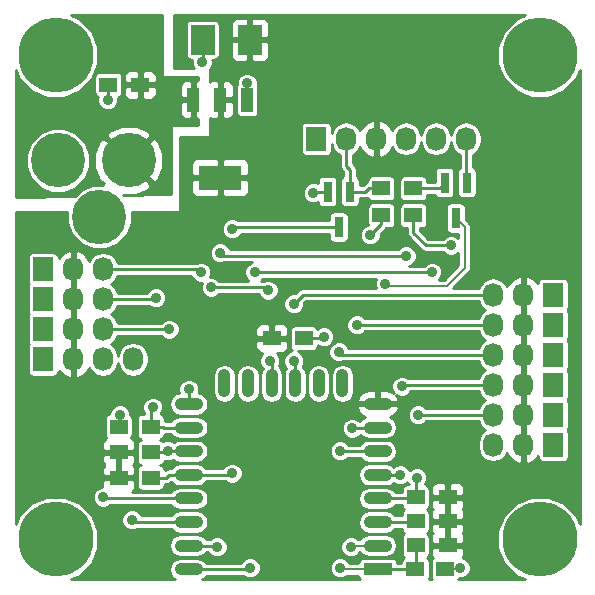
<source format=gbr>
G04 #@! TF.FileFunction,Copper,L1,Top,Signal*
%FSLAX46Y46*%
G04 Gerber Fmt 4.6, Leading zero omitted, Abs format (unit mm)*
G04 Created by KiCad (PCBNEW (after 2015-mar-04 BZR unknown)-product) date 11/8/2016 10:56:30 AM*
%MOMM*%
G01*
G04 APERTURE LIST*
%ADD10C,0.150000*%
%ADD11O,1.100000X2.400000*%
%ADD12R,2.400000X1.100000*%
%ADD13O,2.400000X1.100000*%
%ADD14C,6.350000*%
%ADD15R,1.500000X1.300000*%
%ADD16R,3.657600X2.032000*%
%ADD17R,1.016000X2.032000*%
%ADD18R,2.000000X2.500000*%
%ADD19R,1.727200X2.032000*%
%ADD20O,1.727200X2.032000*%
%ADD21C,4.600000*%
%ADD22R,1.500000X1.250000*%
%ADD23R,0.800100X1.800860*%
%ADD24C,0.889000*%
%ADD25C,0.254000*%
%ADD26C,0.203200*%
G04 APERTURE END LIST*
D10*
D11*
X38285000Y-41781000D03*
X36285000Y-41781000D03*
X34285000Y-41781000D03*
X32285000Y-41781000D03*
X30285000Y-41781000D03*
X28285000Y-41781000D03*
D12*
X41275000Y-57531000D03*
D13*
X41275000Y-55531000D03*
X41275000Y-53531000D03*
X41275000Y-51531000D03*
X41275000Y-49531000D03*
X41275000Y-47531000D03*
X41275000Y-45531000D03*
X41275000Y-43531000D03*
X25275000Y-43531000D03*
X25275000Y-45531000D03*
X25275000Y-47531000D03*
X25275000Y-49531000D03*
X25275000Y-51531000D03*
X25275000Y-53531000D03*
X25275000Y-55531000D03*
X25275000Y-57531000D03*
D14*
X14000000Y-55000000D03*
X55000000Y-55000000D03*
X55000000Y-14000000D03*
X14000000Y-14000000D03*
D15*
X32305000Y-37973000D03*
X35005000Y-37973000D03*
D16*
X27940000Y-24384000D03*
D17*
X27940000Y-17780000D03*
X25654000Y-17780000D03*
X30226000Y-17780000D03*
D15*
X21162000Y-16510000D03*
X18462000Y-16510000D03*
D18*
X30448000Y-12700000D03*
X26448000Y-12700000D03*
D15*
X22051000Y-49784000D03*
X19351000Y-49784000D03*
X44497000Y-53467000D03*
X47197000Y-53467000D03*
D19*
X36068000Y-21082000D03*
D20*
X38608000Y-21082000D03*
X41148000Y-21082000D03*
X43688000Y-21082000D03*
X46228000Y-21082000D03*
X48768000Y-21082000D03*
D21*
X14200000Y-22900000D03*
X20200000Y-22900000D03*
X17700000Y-27700000D03*
D19*
X56134000Y-46990000D03*
D20*
X53594000Y-46990000D03*
X51054000Y-46990000D03*
D19*
X56134000Y-44450000D03*
D20*
X53594000Y-44450000D03*
X51054000Y-44450000D03*
D19*
X56134000Y-41910000D03*
D20*
X53594000Y-41910000D03*
X51054000Y-41910000D03*
D19*
X56134000Y-39370000D03*
D20*
X53594000Y-39370000D03*
X51054000Y-39370000D03*
D19*
X56134000Y-36830000D03*
D20*
X53594000Y-36830000D03*
X51054000Y-36830000D03*
D19*
X56134000Y-34290000D03*
D20*
X53594000Y-34290000D03*
X51054000Y-34290000D03*
D19*
X12954000Y-32131000D03*
D20*
X15494000Y-32131000D03*
X18034000Y-32131000D03*
D19*
X12954000Y-34671000D03*
D20*
X15494000Y-34671000D03*
X18034000Y-34671000D03*
D19*
X12954000Y-37211000D03*
D20*
X15494000Y-37211000D03*
X18034000Y-37211000D03*
D15*
X44497000Y-55499000D03*
X47197000Y-55499000D03*
X19351000Y-45466000D03*
X22051000Y-45466000D03*
X44497000Y-51435000D03*
X47197000Y-51435000D03*
X22051000Y-47625000D03*
X19351000Y-47625000D03*
D19*
X12954000Y-39751000D03*
D20*
X15494000Y-39751000D03*
X18034000Y-39751000D03*
X20574000Y-39751000D03*
D22*
X46970000Y-57531000D03*
X44470000Y-57531000D03*
D23*
X48829000Y-24787860D03*
X46929000Y-24787860D03*
X47879000Y-27790140D03*
X38923000Y-25549860D03*
X37023000Y-25549860D03*
X37973000Y-28552140D03*
D15*
X41576000Y-25273000D03*
X44276000Y-25273000D03*
X44276000Y-27559000D03*
X41576000Y-27559000D03*
D24*
X36703000Y-37846000D03*
X25273000Y-42291000D03*
X19431000Y-44450000D03*
X30226000Y-16383000D03*
X18415000Y-17780000D03*
X26416000Y-14605000D03*
X48260000Y-57404000D03*
X45847000Y-32385000D03*
X30861000Y-32385000D03*
X30480000Y-57404000D03*
X43688000Y-30988000D03*
X27940000Y-30734000D03*
X27686000Y-55626000D03*
X38989000Y-55626000D03*
X44704000Y-44450000D03*
X44577000Y-49784000D03*
X43307000Y-42037000D03*
X43180000Y-49530000D03*
X37973000Y-39116000D03*
X38100000Y-47498000D03*
X39116000Y-45593000D03*
X39497000Y-36830000D03*
X34163000Y-35052000D03*
X34163000Y-39878000D03*
X26289000Y-32385000D03*
X27178000Y-33655000D03*
X32004000Y-33909000D03*
X32131000Y-39878000D03*
X22479000Y-34544000D03*
X22225000Y-43815000D03*
X23622000Y-37211000D03*
X23495000Y-47498000D03*
X18034000Y-51435000D03*
X20447000Y-53340000D03*
X28956000Y-28702000D03*
X28956000Y-49403000D03*
X38100000Y-57404000D03*
X41910000Y-33401000D03*
X47498000Y-30099000D03*
X35814000Y-25654000D03*
X40640000Y-29210000D03*
D25*
X35005000Y-37973000D02*
X36576000Y-37973000D01*
X36576000Y-37973000D02*
X36703000Y-37846000D01*
X25275000Y-43531000D02*
X25275000Y-42293000D01*
X25275000Y-42293000D02*
X25273000Y-42291000D01*
X19351000Y-45466000D02*
X19351000Y-44530000D01*
X19351000Y-44530000D02*
X19431000Y-44450000D01*
X30226000Y-17780000D02*
X30226000Y-16383000D01*
X18462000Y-16510000D02*
X18462000Y-17733000D01*
X18462000Y-17733000D02*
X18415000Y-17780000D01*
X26448000Y-12700000D02*
X26448000Y-14573000D01*
X26448000Y-14573000D02*
X26416000Y-14605000D01*
D26*
X48133000Y-57531000D02*
X48260000Y-57404000D01*
X46970000Y-57531000D02*
X48133000Y-57531000D01*
D25*
X25275000Y-57531000D02*
X30353000Y-57531000D01*
X30861000Y-32385000D02*
X45847000Y-32385000D01*
X30353000Y-57531000D02*
X30480000Y-57404000D01*
X25275000Y-55531000D02*
X27591000Y-55531000D01*
X28194000Y-30988000D02*
X43688000Y-30988000D01*
X27940000Y-30734000D02*
X28194000Y-30988000D01*
X27591000Y-55531000D02*
X27686000Y-55626000D01*
D26*
X39084000Y-55531000D02*
X38989000Y-55626000D01*
X41275000Y-55531000D02*
X39084000Y-55531000D01*
D25*
X44497000Y-51435000D02*
X44497000Y-49864000D01*
X44704000Y-44450000D02*
X51054000Y-44450000D01*
X44497000Y-49864000D02*
X44577000Y-49784000D01*
X41275000Y-51531000D02*
X44401000Y-51531000D01*
X44401000Y-51531000D02*
X44497000Y-51435000D01*
X41275000Y-49531000D02*
X43179000Y-49531000D01*
X43434000Y-41910000D02*
X51054000Y-41910000D01*
X43307000Y-42037000D02*
X43434000Y-41910000D01*
X43179000Y-49531000D02*
X43180000Y-49530000D01*
X41275000Y-47531000D02*
X38133000Y-47531000D01*
X38227000Y-39370000D02*
X51054000Y-39370000D01*
X37973000Y-39116000D02*
X38227000Y-39370000D01*
X38133000Y-47531000D02*
X38100000Y-47498000D01*
X51054000Y-36830000D02*
X39497000Y-36830000D01*
X39178000Y-45531000D02*
X41275000Y-45531000D01*
X39116000Y-45593000D02*
X39178000Y-45531000D01*
X34285000Y-41781000D02*
X34285000Y-40000000D01*
X34925000Y-34290000D02*
X51054000Y-34290000D01*
X34163000Y-35052000D02*
X34925000Y-34290000D01*
X34285000Y-40000000D02*
X34163000Y-39878000D01*
D26*
X50546000Y-34798000D02*
X51054000Y-34290000D01*
D25*
X32285000Y-41781000D02*
X32285000Y-40032000D01*
X26035000Y-32131000D02*
X18034000Y-32131000D01*
X26289000Y-32385000D02*
X26035000Y-32131000D01*
X31750000Y-33655000D02*
X27178000Y-33655000D01*
X32004000Y-33909000D02*
X31750000Y-33655000D01*
X32285000Y-40032000D02*
X32131000Y-39878000D01*
X22051000Y-45466000D02*
X22051000Y-43989000D01*
X22352000Y-34671000D02*
X18034000Y-34671000D01*
X22479000Y-34544000D02*
X22352000Y-34671000D01*
X22051000Y-43989000D02*
X22225000Y-43815000D01*
X22051000Y-45466000D02*
X23114000Y-45466000D01*
X23179000Y-45531000D02*
X25275000Y-45531000D01*
X23114000Y-45466000D02*
X23179000Y-45531000D01*
X25275000Y-47531000D02*
X23528000Y-47531000D01*
X23622000Y-37211000D02*
X18034000Y-37211000D01*
X23528000Y-47531000D02*
X23495000Y-47498000D01*
X22051000Y-47625000D02*
X23241000Y-47625000D01*
X23335000Y-47531000D02*
X25275000Y-47531000D01*
X23241000Y-47625000D02*
X23335000Y-47531000D01*
X25275000Y-51531000D02*
X18130000Y-51531000D01*
X18130000Y-51531000D02*
X18034000Y-51435000D01*
X25275000Y-53531000D02*
X20638000Y-53531000D01*
X20638000Y-53531000D02*
X20447000Y-53340000D01*
X25275000Y-49531000D02*
X28828000Y-49531000D01*
X29105860Y-28552140D02*
X37973000Y-28552140D01*
X28956000Y-28702000D02*
X29105860Y-28552140D01*
X28828000Y-49531000D02*
X28956000Y-49403000D01*
X22051000Y-49784000D02*
X23368000Y-49784000D01*
X23621000Y-49531000D02*
X25275000Y-49531000D01*
X23368000Y-49784000D02*
X23621000Y-49531000D01*
X41275000Y-53531000D02*
X44433000Y-53531000D01*
X44433000Y-53531000D02*
X44497000Y-53467000D01*
X41275000Y-57531000D02*
X44470000Y-57531000D01*
X44470000Y-57531000D02*
X44497000Y-57504000D01*
X44497000Y-57504000D02*
X44497000Y-55499000D01*
D26*
X38227000Y-57531000D02*
X38100000Y-57404000D01*
X41910000Y-33401000D02*
X42037000Y-33528000D01*
X42037000Y-33528000D02*
X47117000Y-33528000D01*
X47117000Y-33528000D02*
X48641000Y-32004000D01*
X48641000Y-32004000D02*
X48641000Y-28552140D01*
X48641000Y-28552140D02*
X47879000Y-27790140D01*
X41275000Y-57531000D02*
X38227000Y-57531000D01*
D25*
X38608000Y-21082000D02*
X38608000Y-23368000D01*
X38923000Y-23683000D02*
X38923000Y-25549860D01*
X38608000Y-23368000D02*
X38923000Y-23683000D01*
X41576000Y-25273000D02*
X40513000Y-25273000D01*
X40236140Y-25549860D02*
X38923000Y-25549860D01*
X40513000Y-25273000D02*
X40236140Y-25549860D01*
X48768000Y-21082000D02*
X48768000Y-24726860D01*
X48768000Y-24726860D02*
X48829000Y-24787860D01*
X44276000Y-27559000D02*
X44276000Y-29036000D01*
X45339000Y-30099000D02*
X47498000Y-30099000D01*
X44276000Y-29036000D02*
X45339000Y-30099000D01*
X44276000Y-25273000D02*
X46443860Y-25273000D01*
X46443860Y-25273000D02*
X46929000Y-24787860D01*
X41576000Y-27559000D02*
X41576000Y-28274000D01*
X35918140Y-25549860D02*
X37023000Y-25549860D01*
X35814000Y-25654000D02*
X35918140Y-25549860D01*
X41576000Y-28274000D02*
X40640000Y-29210000D01*
G36*
X58377700Y-53729735D02*
X58059479Y-52959581D01*
X57437859Y-52336875D01*
X57437859Y-48006000D01*
X57437859Y-45974000D01*
X57405915Y-45809356D01*
X57347085Y-45719799D01*
X57403816Y-45635755D01*
X57437859Y-45466000D01*
X57437859Y-43434000D01*
X57405915Y-43269356D01*
X57347085Y-43179799D01*
X57403816Y-43095755D01*
X57437859Y-42926000D01*
X57437859Y-40894000D01*
X57405915Y-40729356D01*
X57347085Y-40639799D01*
X57403816Y-40555755D01*
X57437859Y-40386000D01*
X57437859Y-38354000D01*
X57405915Y-38189356D01*
X57347085Y-38099799D01*
X57403816Y-38015755D01*
X57437859Y-37846000D01*
X57437859Y-35814000D01*
X57405915Y-35649356D01*
X57347085Y-35559799D01*
X57403816Y-35475755D01*
X57437859Y-35306000D01*
X57437859Y-33274000D01*
X57405915Y-33109356D01*
X57310858Y-32964649D01*
X57167355Y-32867784D01*
X56997600Y-32833741D01*
X55270400Y-32833741D01*
X55105756Y-32865685D01*
X54961049Y-32960742D01*
X54864184Y-33104245D01*
X54830141Y-33274000D01*
X54830141Y-33313211D01*
X54496036Y-32939268D01*
X53968791Y-32685291D01*
X53953026Y-32682642D01*
X53721000Y-32803783D01*
X53721000Y-34163000D01*
X53741000Y-34163000D01*
X53741000Y-34417000D01*
X53721000Y-34417000D01*
X53721000Y-35343783D01*
X53721000Y-35776217D01*
X53721000Y-36703000D01*
X53741000Y-36703000D01*
X53741000Y-36957000D01*
X53721000Y-36957000D01*
X53721000Y-37883783D01*
X53721000Y-38316217D01*
X53721000Y-39243000D01*
X53741000Y-39243000D01*
X53741000Y-39497000D01*
X53721000Y-39497000D01*
X53721000Y-40423783D01*
X53721000Y-40856217D01*
X53721000Y-41783000D01*
X53741000Y-41783000D01*
X53741000Y-42037000D01*
X53721000Y-42037000D01*
X53721000Y-42963783D01*
X53721000Y-43396217D01*
X53721000Y-44323000D01*
X53741000Y-44323000D01*
X53741000Y-44577000D01*
X53721000Y-44577000D01*
X53721000Y-45503783D01*
X53721000Y-45936217D01*
X53721000Y-46863000D01*
X53741000Y-46863000D01*
X53741000Y-47117000D01*
X53721000Y-47117000D01*
X53721000Y-48476217D01*
X53953026Y-48597358D01*
X53968791Y-48594709D01*
X54496036Y-48340732D01*
X54830141Y-47966788D01*
X54830141Y-48006000D01*
X54862085Y-48170644D01*
X54957142Y-48315351D01*
X55100645Y-48412216D01*
X55270400Y-48446259D01*
X56997600Y-48446259D01*
X57162244Y-48414315D01*
X57306951Y-48319258D01*
X57403816Y-48175755D01*
X57437859Y-48006000D01*
X57437859Y-52336875D01*
X57045755Y-51944087D01*
X55720584Y-51393828D01*
X54285711Y-51392576D01*
X53467000Y-51730860D01*
X53467000Y-48476217D01*
X53467000Y-47117000D01*
X53447000Y-47117000D01*
X53447000Y-46863000D01*
X53467000Y-46863000D01*
X53467000Y-45936217D01*
X53467000Y-45503783D01*
X53467000Y-44577000D01*
X53447000Y-44577000D01*
X53447000Y-44323000D01*
X53467000Y-44323000D01*
X53467000Y-43396217D01*
X53467000Y-42963783D01*
X53467000Y-42037000D01*
X53447000Y-42037000D01*
X53447000Y-41783000D01*
X53467000Y-41783000D01*
X53467000Y-40856217D01*
X53467000Y-40423783D01*
X53467000Y-39497000D01*
X53447000Y-39497000D01*
X53447000Y-39243000D01*
X53467000Y-39243000D01*
X53467000Y-38316217D01*
X53467000Y-37883783D01*
X53467000Y-36957000D01*
X53447000Y-36957000D01*
X53447000Y-36703000D01*
X53467000Y-36703000D01*
X53467000Y-35776217D01*
X53467000Y-35343783D01*
X53467000Y-34417000D01*
X53447000Y-34417000D01*
X53447000Y-34163000D01*
X53467000Y-34163000D01*
X53467000Y-32803783D01*
X53234974Y-32682642D01*
X53219209Y-32685291D01*
X52691964Y-32939268D01*
X52302046Y-33375680D01*
X52229829Y-33582132D01*
X51969986Y-33193250D01*
X51549728Y-32912442D01*
X51054000Y-32813836D01*
X50558272Y-32912442D01*
X50138014Y-33193250D01*
X50063400Y-33304917D01*
X50063400Y-21262764D01*
X50063400Y-20901236D01*
X49964794Y-20405508D01*
X49683986Y-19985250D01*
X49263728Y-19704442D01*
X48768000Y-19605836D01*
X48272272Y-19704442D01*
X47852014Y-19985250D01*
X47571206Y-20405508D01*
X47498000Y-20773541D01*
X47424794Y-20405508D01*
X47143986Y-19985250D01*
X46723728Y-19704442D01*
X46228000Y-19605836D01*
X45732272Y-19704442D01*
X45312014Y-19985250D01*
X45031206Y-20405508D01*
X44958000Y-20773541D01*
X44884794Y-20405508D01*
X44603986Y-19985250D01*
X44183728Y-19704442D01*
X43688000Y-19605836D01*
X43192272Y-19704442D01*
X42772014Y-19985250D01*
X42512170Y-20374132D01*
X42439954Y-20167680D01*
X42050036Y-19731268D01*
X41522791Y-19477291D01*
X41507026Y-19474642D01*
X41275000Y-19595783D01*
X41275000Y-20955000D01*
X41295000Y-20955000D01*
X41295000Y-21209000D01*
X41275000Y-21209000D01*
X41275000Y-22568217D01*
X41507026Y-22689358D01*
X41522791Y-22686709D01*
X42050036Y-22432732D01*
X42439954Y-21996320D01*
X42512170Y-21789867D01*
X42772014Y-22178750D01*
X43192272Y-22459558D01*
X43688000Y-22558164D01*
X44183728Y-22459558D01*
X44603986Y-22178750D01*
X44884794Y-21758492D01*
X44958000Y-21390458D01*
X45031206Y-21758492D01*
X45312014Y-22178750D01*
X45732272Y-22459558D01*
X46228000Y-22558164D01*
X46723728Y-22459558D01*
X47143986Y-22178750D01*
X47424794Y-21758492D01*
X47498000Y-21390458D01*
X47571206Y-21758492D01*
X47852014Y-22178750D01*
X48209200Y-22417414D01*
X48209200Y-23515313D01*
X48119599Y-23574172D01*
X48022734Y-23717675D01*
X47988691Y-23887430D01*
X47988691Y-25688290D01*
X48020635Y-25852934D01*
X48115692Y-25997641D01*
X48259195Y-26094506D01*
X48428950Y-26128549D01*
X49229050Y-26128549D01*
X49393694Y-26096605D01*
X49538401Y-26001548D01*
X49635266Y-25858045D01*
X49669309Y-25688290D01*
X49669309Y-23887430D01*
X49637365Y-23722786D01*
X49542308Y-23578079D01*
X49398805Y-23481214D01*
X49326800Y-23466773D01*
X49326800Y-22417414D01*
X49683986Y-22178750D01*
X49964794Y-21758492D01*
X50063400Y-21262764D01*
X50063400Y-33304917D01*
X49857206Y-33613508D01*
X49833795Y-33731200D01*
X47668141Y-33731200D01*
X49018167Y-32381173D01*
X49018170Y-32381171D01*
X49018171Y-32381171D01*
X49087483Y-32277436D01*
X49133797Y-32208124D01*
X49133797Y-32208123D01*
X49174400Y-32004000D01*
X49174400Y-28552145D01*
X49174400Y-28552140D01*
X49174401Y-28552140D01*
X49133797Y-28348017D01*
X49018171Y-28174969D01*
X48719309Y-27876107D01*
X48719309Y-26889710D01*
X48687365Y-26725066D01*
X48592308Y-26580359D01*
X48448805Y-26483494D01*
X48279050Y-26449451D01*
X47769309Y-26449451D01*
X47769309Y-25688290D01*
X47769309Y-23887430D01*
X47737365Y-23722786D01*
X47642308Y-23578079D01*
X47498805Y-23481214D01*
X47329050Y-23447171D01*
X46528950Y-23447171D01*
X46364306Y-23479115D01*
X46219599Y-23574172D01*
X46122734Y-23717675D01*
X46088691Y-23887430D01*
X46088691Y-24714200D01*
X45466259Y-24714200D01*
X45466259Y-24623000D01*
X45434315Y-24458356D01*
X45339258Y-24313649D01*
X45195755Y-24216784D01*
X45026000Y-24182741D01*
X43526000Y-24182741D01*
X43361356Y-24214685D01*
X43216649Y-24309742D01*
X43119784Y-24453245D01*
X43085741Y-24623000D01*
X43085741Y-25923000D01*
X43117685Y-26087644D01*
X43212742Y-26232351D01*
X43356245Y-26329216D01*
X43526000Y-26363259D01*
X45026000Y-26363259D01*
X45190644Y-26331315D01*
X45335351Y-26236258D01*
X45432216Y-26092755D01*
X45466259Y-25923000D01*
X45466259Y-25831800D01*
X46116534Y-25831800D01*
X46120635Y-25852934D01*
X46215692Y-25997641D01*
X46359195Y-26094506D01*
X46528950Y-26128549D01*
X47329050Y-26128549D01*
X47493694Y-26096605D01*
X47638401Y-26001548D01*
X47735266Y-25858045D01*
X47769309Y-25688290D01*
X47769309Y-26449451D01*
X47478950Y-26449451D01*
X47314306Y-26481395D01*
X47169599Y-26576452D01*
X47072734Y-26719955D01*
X47038691Y-26889710D01*
X47038691Y-28690570D01*
X47070635Y-28855214D01*
X47165692Y-28999921D01*
X47309195Y-29096786D01*
X47478950Y-29130829D01*
X48107600Y-29130829D01*
X48107600Y-29469306D01*
X47995032Y-29356542D01*
X47673072Y-29222852D01*
X47324458Y-29222548D01*
X47002264Y-29355676D01*
X46817417Y-29540200D01*
X45570462Y-29540200D01*
X44834800Y-28804538D01*
X44834800Y-28649259D01*
X45026000Y-28649259D01*
X45190644Y-28617315D01*
X45335351Y-28522258D01*
X45432216Y-28378755D01*
X45466259Y-28209000D01*
X45466259Y-26909000D01*
X45434315Y-26744356D01*
X45339258Y-26599649D01*
X45195755Y-26502784D01*
X45026000Y-26468741D01*
X43526000Y-26468741D01*
X43361356Y-26500685D01*
X43216649Y-26595742D01*
X43119784Y-26739245D01*
X43085741Y-26909000D01*
X43085741Y-28209000D01*
X43117685Y-28373644D01*
X43212742Y-28518351D01*
X43356245Y-28615216D01*
X43526000Y-28649259D01*
X43717200Y-28649259D01*
X43717200Y-29036000D01*
X43759736Y-29249844D01*
X43880869Y-29431131D01*
X44943869Y-30494131D01*
X45125156Y-30615264D01*
X45125157Y-30615264D01*
X45339000Y-30657800D01*
X46817630Y-30657800D01*
X47000968Y-30841458D01*
X47322928Y-30975148D01*
X47671542Y-30975452D01*
X47993736Y-30842324D01*
X48107600Y-30728658D01*
X48107600Y-31783058D01*
X46896058Y-32994600D01*
X46476693Y-32994600D01*
X46589458Y-32882032D01*
X46723148Y-32560072D01*
X46723452Y-32211458D01*
X46590324Y-31889264D01*
X46344032Y-31642542D01*
X46022072Y-31508852D01*
X45673458Y-31508548D01*
X45351264Y-31641676D01*
X45166417Y-31826200D01*
X43954118Y-31826200D01*
X44183736Y-31731324D01*
X44430458Y-31485032D01*
X44564148Y-31163072D01*
X44564452Y-30814458D01*
X44431324Y-30492264D01*
X44185032Y-30245542D01*
X43863072Y-30111852D01*
X43514458Y-30111548D01*
X43192264Y-30244676D01*
X43007417Y-30429200D01*
X42766259Y-30429200D01*
X42766259Y-28209000D01*
X42766259Y-26909000D01*
X42766259Y-25923000D01*
X42766259Y-24623000D01*
X42734315Y-24458356D01*
X42639258Y-24313649D01*
X42495755Y-24216784D01*
X42326000Y-24182741D01*
X40826000Y-24182741D01*
X40661356Y-24214685D01*
X40516649Y-24309742D01*
X40419784Y-24453245D01*
X40385741Y-24623000D01*
X40385741Y-24739513D01*
X40299156Y-24756736D01*
X40117869Y-24877869D01*
X40004678Y-24991060D01*
X39763309Y-24991060D01*
X39763309Y-24649430D01*
X39731365Y-24484786D01*
X39636308Y-24340079D01*
X39492805Y-24243214D01*
X39481800Y-24241007D01*
X39481800Y-23683000D01*
X39439264Y-23469157D01*
X39439264Y-23469156D01*
X39318131Y-23287869D01*
X39166800Y-23136538D01*
X39166800Y-22417414D01*
X39523986Y-22178750D01*
X39783829Y-21789867D01*
X39856046Y-21996320D01*
X40245964Y-22432732D01*
X40773209Y-22686709D01*
X40788974Y-22689358D01*
X41021000Y-22568217D01*
X41021000Y-21209000D01*
X41001000Y-21209000D01*
X41001000Y-20955000D01*
X41021000Y-20955000D01*
X41021000Y-19595783D01*
X40788974Y-19474642D01*
X40773209Y-19477291D01*
X40245964Y-19731268D01*
X39856046Y-20167680D01*
X39783829Y-20374132D01*
X39523986Y-19985250D01*
X39103728Y-19704442D01*
X38608000Y-19605836D01*
X38112272Y-19704442D01*
X37692014Y-19985250D01*
X37411206Y-20405508D01*
X37371859Y-20603319D01*
X37371859Y-20066000D01*
X37339915Y-19901356D01*
X37244858Y-19756649D01*
X37101355Y-19659784D01*
X36931600Y-19625741D01*
X35204400Y-19625741D01*
X35039756Y-19657685D01*
X34895049Y-19752742D01*
X34798184Y-19896245D01*
X34764141Y-20066000D01*
X34764141Y-22098000D01*
X34796085Y-22262644D01*
X34891142Y-22407351D01*
X35034645Y-22504216D01*
X35204400Y-22538259D01*
X36931600Y-22538259D01*
X37096244Y-22506315D01*
X37240951Y-22411258D01*
X37337816Y-22267755D01*
X37371859Y-22098000D01*
X37371859Y-21560680D01*
X37411206Y-21758492D01*
X37692014Y-22178750D01*
X38049200Y-22417414D01*
X38049200Y-23368000D01*
X38091736Y-23581844D01*
X38212869Y-23763131D01*
X38364200Y-23914462D01*
X38364200Y-24239971D01*
X38358306Y-24241115D01*
X38213599Y-24336172D01*
X38116734Y-24479675D01*
X38082691Y-24649430D01*
X38082691Y-26450290D01*
X38114635Y-26614934D01*
X38209692Y-26759641D01*
X38353195Y-26856506D01*
X38522950Y-26890549D01*
X39323050Y-26890549D01*
X39487694Y-26858605D01*
X39632401Y-26763548D01*
X39729266Y-26620045D01*
X39763309Y-26450290D01*
X39763309Y-26108660D01*
X40236140Y-26108660D01*
X40414865Y-26073109D01*
X40417685Y-26087644D01*
X40512742Y-26232351D01*
X40656245Y-26329216D01*
X40826000Y-26363259D01*
X42326000Y-26363259D01*
X42490644Y-26331315D01*
X42635351Y-26236258D01*
X42732216Y-26092755D01*
X42766259Y-25923000D01*
X42766259Y-26909000D01*
X42734315Y-26744356D01*
X42639258Y-26599649D01*
X42495755Y-26502784D01*
X42326000Y-26468741D01*
X40826000Y-26468741D01*
X40661356Y-26500685D01*
X40516649Y-26595742D01*
X40419784Y-26739245D01*
X40385741Y-26909000D01*
X40385741Y-28209000D01*
X40414102Y-28355180D01*
X40144264Y-28466676D01*
X39897542Y-28712968D01*
X39763852Y-29034928D01*
X39763548Y-29383542D01*
X39896676Y-29705736D01*
X40142968Y-29952458D01*
X40464928Y-30086148D01*
X40813542Y-30086452D01*
X41135736Y-29953324D01*
X41382458Y-29707032D01*
X41516148Y-29385072D01*
X41516375Y-29123886D01*
X41971131Y-28669131D01*
X41984409Y-28649259D01*
X42326000Y-28649259D01*
X42490644Y-28617315D01*
X42635351Y-28522258D01*
X42732216Y-28378755D01*
X42766259Y-28209000D01*
X42766259Y-30429200D01*
X38813309Y-30429200D01*
X38813309Y-29452570D01*
X38813309Y-27651710D01*
X38781365Y-27487066D01*
X38686308Y-27342359D01*
X38542805Y-27245494D01*
X38373050Y-27211451D01*
X37863309Y-27211451D01*
X37863309Y-26450290D01*
X37863309Y-24649430D01*
X37831365Y-24484786D01*
X37736308Y-24340079D01*
X37592805Y-24243214D01*
X37423050Y-24209171D01*
X36622950Y-24209171D01*
X36458306Y-24241115D01*
X36313599Y-24336172D01*
X36216734Y-24479675D01*
X36182691Y-24649430D01*
X36182691Y-24858249D01*
X35989072Y-24777852D01*
X35640458Y-24777548D01*
X35318264Y-24910676D01*
X35071542Y-25156968D01*
X34937852Y-25478928D01*
X34937548Y-25827542D01*
X35070676Y-26149736D01*
X35316968Y-26396458D01*
X35638928Y-26530148D01*
X35987542Y-26530452D01*
X36182691Y-26449817D01*
X36182691Y-26450290D01*
X36214635Y-26614934D01*
X36309692Y-26759641D01*
X36453195Y-26856506D01*
X36622950Y-26890549D01*
X37423050Y-26890549D01*
X37587694Y-26858605D01*
X37732401Y-26763548D01*
X37829266Y-26620045D01*
X37863309Y-26450290D01*
X37863309Y-27211451D01*
X37572950Y-27211451D01*
X37408306Y-27243395D01*
X37263599Y-27338452D01*
X37166734Y-27481955D01*
X37132691Y-27651710D01*
X37132691Y-27993340D01*
X32083000Y-27993340D01*
X32083000Y-14076310D01*
X32083000Y-13823691D01*
X32083000Y-12985750D01*
X32083000Y-12414250D01*
X32083000Y-11576309D01*
X32083000Y-11323690D01*
X31986327Y-11090301D01*
X31807698Y-10911673D01*
X31574309Y-10815000D01*
X30733750Y-10815000D01*
X30575000Y-10973750D01*
X30575000Y-12573000D01*
X31924250Y-12573000D01*
X32083000Y-12414250D01*
X32083000Y-12985750D01*
X31924250Y-12827000D01*
X30575000Y-12827000D01*
X30575000Y-14426250D01*
X30733750Y-14585000D01*
X31574309Y-14585000D01*
X31807698Y-14488327D01*
X31986327Y-14309699D01*
X32083000Y-14076310D01*
X32083000Y-27993340D01*
X31174259Y-27993340D01*
X31174259Y-18796000D01*
X31174259Y-16764000D01*
X31142315Y-16599356D01*
X31102165Y-16538235D01*
X31102452Y-16209458D01*
X30969324Y-15887264D01*
X30723032Y-15640542D01*
X30401072Y-15506852D01*
X30321000Y-15506782D01*
X30321000Y-14426250D01*
X30321000Y-12827000D01*
X30321000Y-12573000D01*
X30321000Y-10973750D01*
X30162250Y-10815000D01*
X29321691Y-10815000D01*
X29088302Y-10911673D01*
X28909673Y-11090301D01*
X28813000Y-11323690D01*
X28813000Y-11576309D01*
X28813000Y-12414250D01*
X28971750Y-12573000D01*
X30321000Y-12573000D01*
X30321000Y-12827000D01*
X28971750Y-12827000D01*
X28813000Y-12985750D01*
X28813000Y-13823691D01*
X28813000Y-14076310D01*
X28909673Y-14309699D01*
X29088302Y-14488327D01*
X29321691Y-14585000D01*
X30162250Y-14585000D01*
X30321000Y-14426250D01*
X30321000Y-15506782D01*
X30052458Y-15506548D01*
X29730264Y-15639676D01*
X29483542Y-15885968D01*
X29349852Y-16207928D01*
X29349563Y-16538275D01*
X29311784Y-16594245D01*
X29277741Y-16764000D01*
X29277741Y-18796000D01*
X29309685Y-18960644D01*
X29404742Y-19105351D01*
X29548245Y-19202216D01*
X29718000Y-19236259D01*
X30734000Y-19236259D01*
X30898644Y-19204315D01*
X31043351Y-19109258D01*
X31140216Y-18965755D01*
X31174259Y-18796000D01*
X31174259Y-27993340D01*
X30403800Y-27993340D01*
X30403800Y-25526310D01*
X30403800Y-25273691D01*
X30403800Y-24669750D01*
X30403800Y-24098250D01*
X30403800Y-23494309D01*
X30403800Y-23241690D01*
X30307127Y-23008301D01*
X30128498Y-22829673D01*
X29895109Y-22733000D01*
X29083000Y-22733000D01*
X29083000Y-18922310D01*
X29083000Y-18669691D01*
X29083000Y-18065750D01*
X29083000Y-17494250D01*
X29083000Y-16890309D01*
X29083000Y-16637690D01*
X28986327Y-16404301D01*
X28807698Y-16225673D01*
X28574309Y-16129000D01*
X28225750Y-16129000D01*
X28067000Y-16287750D01*
X28067000Y-17653000D01*
X28924250Y-17653000D01*
X29083000Y-17494250D01*
X29083000Y-18065750D01*
X28924250Y-17907000D01*
X28067000Y-17907000D01*
X28067000Y-19272250D01*
X28225750Y-19431000D01*
X28574309Y-19431000D01*
X28807698Y-19334327D01*
X28986327Y-19155699D01*
X29083000Y-18922310D01*
X29083000Y-22733000D01*
X28225750Y-22733000D01*
X28067000Y-22891750D01*
X28067000Y-24257000D01*
X30245050Y-24257000D01*
X30403800Y-24098250D01*
X30403800Y-24669750D01*
X30245050Y-24511000D01*
X28067000Y-24511000D01*
X28067000Y-25876250D01*
X28225750Y-26035000D01*
X29895109Y-26035000D01*
X30128498Y-25938327D01*
X30307127Y-25759699D01*
X30403800Y-25526310D01*
X30403800Y-27993340D01*
X29486771Y-27993340D01*
X29453032Y-27959542D01*
X29131072Y-27825852D01*
X28782458Y-27825548D01*
X28460264Y-27958676D01*
X28213542Y-28204968D01*
X28079852Y-28526928D01*
X28079548Y-28875542D01*
X28212676Y-29197736D01*
X28458968Y-29444458D01*
X28780928Y-29578148D01*
X29129542Y-29578452D01*
X29451736Y-29445324D01*
X29698458Y-29199032D01*
X29735037Y-29110940D01*
X37132691Y-29110940D01*
X37132691Y-29452570D01*
X37164635Y-29617214D01*
X37259692Y-29761921D01*
X37403195Y-29858786D01*
X37572950Y-29892829D01*
X38373050Y-29892829D01*
X38537694Y-29860885D01*
X38682401Y-29765828D01*
X38779266Y-29622325D01*
X38813309Y-29452570D01*
X38813309Y-30429200D01*
X28762217Y-30429200D01*
X28683324Y-30238264D01*
X28437032Y-29991542D01*
X28115072Y-29857852D01*
X27813000Y-29857588D01*
X27813000Y-25876250D01*
X27813000Y-24511000D01*
X27813000Y-24257000D01*
X27813000Y-22891750D01*
X27654250Y-22733000D01*
X25984891Y-22733000D01*
X25751502Y-22829673D01*
X25572873Y-23008301D01*
X25476200Y-23241690D01*
X25476200Y-23494309D01*
X25476200Y-24098250D01*
X25634950Y-24257000D01*
X27813000Y-24257000D01*
X27813000Y-24511000D01*
X25634950Y-24511000D01*
X25476200Y-24669750D01*
X25476200Y-25273691D01*
X25476200Y-25526310D01*
X25572873Y-25759699D01*
X25751502Y-25938327D01*
X25984891Y-26035000D01*
X27654250Y-26035000D01*
X27813000Y-25876250D01*
X27813000Y-29857588D01*
X27766458Y-29857548D01*
X27444264Y-29990676D01*
X27197542Y-30236968D01*
X27063852Y-30558928D01*
X27063548Y-30907542D01*
X27196676Y-31229736D01*
X27442968Y-31476458D01*
X27764928Y-31610148D01*
X28113542Y-31610452D01*
X28267591Y-31546800D01*
X30594881Y-31546800D01*
X30365264Y-31641676D01*
X30118542Y-31887968D01*
X29984852Y-32209928D01*
X29984548Y-32558542D01*
X30117676Y-32880736D01*
X30332764Y-33096200D01*
X27858369Y-33096200D01*
X27675032Y-32912542D01*
X27353072Y-32778852D01*
X27074403Y-32778608D01*
X27165148Y-32560072D01*
X27165452Y-32211458D01*
X27032324Y-31889264D01*
X26786032Y-31642542D01*
X26464072Y-31508852D01*
X26115458Y-31508548D01*
X25961408Y-31572200D01*
X19254204Y-31572200D01*
X19230794Y-31454508D01*
X18949986Y-31034250D01*
X18529728Y-30753442D01*
X18034000Y-30654836D01*
X17538272Y-30753442D01*
X17118014Y-31034250D01*
X16858170Y-31423132D01*
X16785954Y-31216680D01*
X16396036Y-30780268D01*
X15868791Y-30526291D01*
X15853026Y-30523642D01*
X15621000Y-30644783D01*
X15621000Y-32004000D01*
X15641000Y-32004000D01*
X15641000Y-32258000D01*
X15621000Y-32258000D01*
X15621000Y-33184783D01*
X15621000Y-33617217D01*
X15621000Y-34544000D01*
X15641000Y-34544000D01*
X15641000Y-34798000D01*
X15621000Y-34798000D01*
X15621000Y-35724783D01*
X15621000Y-36157217D01*
X15621000Y-37084000D01*
X15641000Y-37084000D01*
X15641000Y-37338000D01*
X15621000Y-37338000D01*
X15621000Y-38264783D01*
X15621000Y-38697217D01*
X15621000Y-39624000D01*
X15641000Y-39624000D01*
X15641000Y-39878000D01*
X15621000Y-39878000D01*
X15621000Y-41237217D01*
X15853026Y-41358358D01*
X15868791Y-41355709D01*
X16396036Y-41101732D01*
X16785954Y-40665320D01*
X16858170Y-40458867D01*
X17118014Y-40847750D01*
X17538272Y-41128558D01*
X18034000Y-41227164D01*
X18529728Y-41128558D01*
X18949986Y-40847750D01*
X19230794Y-40427492D01*
X19304000Y-40059458D01*
X19377206Y-40427492D01*
X19658014Y-40847750D01*
X20078272Y-41128558D01*
X20574000Y-41227164D01*
X21069728Y-41128558D01*
X21489986Y-40847750D01*
X21770794Y-40427492D01*
X21869400Y-39931764D01*
X21869400Y-39570236D01*
X21770794Y-39074508D01*
X21489986Y-38654250D01*
X21069728Y-38373442D01*
X20574000Y-38274836D01*
X20078272Y-38373442D01*
X19658014Y-38654250D01*
X19377206Y-39074508D01*
X19304000Y-39442541D01*
X19230794Y-39074508D01*
X18949986Y-38654250D01*
X18690699Y-38481000D01*
X18949986Y-38307750D01*
X19230794Y-37887492D01*
X19254204Y-37769800D01*
X22941630Y-37769800D01*
X23124968Y-37953458D01*
X23446928Y-38087148D01*
X23795542Y-38087452D01*
X24117736Y-37954324D01*
X24364458Y-37708032D01*
X24498148Y-37386072D01*
X24498452Y-37037458D01*
X24365324Y-36715264D01*
X24119032Y-36468542D01*
X23797072Y-36334852D01*
X23448458Y-36334548D01*
X23126264Y-36467676D01*
X22941417Y-36652200D01*
X19254204Y-36652200D01*
X19230794Y-36534508D01*
X18949986Y-36114250D01*
X18690699Y-35941000D01*
X18949986Y-35767750D01*
X19230794Y-35347492D01*
X19254204Y-35229800D01*
X21925408Y-35229800D01*
X21981968Y-35286458D01*
X22303928Y-35420148D01*
X22652542Y-35420452D01*
X22974736Y-35287324D01*
X23221458Y-35041032D01*
X23355148Y-34719072D01*
X23355452Y-34370458D01*
X23222324Y-34048264D01*
X22976032Y-33801542D01*
X22654072Y-33667852D01*
X22305458Y-33667548D01*
X21983264Y-33800676D01*
X21736542Y-34046968D01*
X21709455Y-34112200D01*
X19254204Y-34112200D01*
X19230794Y-33994508D01*
X18949986Y-33574250D01*
X18690699Y-33401000D01*
X18949986Y-33227750D01*
X19230794Y-32807492D01*
X19254204Y-32689800D01*
X25466782Y-32689800D01*
X25545676Y-32880736D01*
X25791968Y-33127458D01*
X26113928Y-33261148D01*
X26392596Y-33261391D01*
X26301852Y-33479928D01*
X26301548Y-33828542D01*
X26434676Y-34150736D01*
X26680968Y-34397458D01*
X27002928Y-34531148D01*
X27351542Y-34531452D01*
X27673736Y-34398324D01*
X27858582Y-34213800D01*
X31181782Y-34213800D01*
X31260676Y-34404736D01*
X31506968Y-34651458D01*
X31828928Y-34785148D01*
X32177542Y-34785452D01*
X32499736Y-34652324D01*
X32746458Y-34406032D01*
X32880148Y-34084072D01*
X32880452Y-33735458D01*
X32747324Y-33413264D01*
X32501032Y-33166542D01*
X32179072Y-33032852D01*
X31830458Y-33032548D01*
X31676408Y-33096200D01*
X31388916Y-33096200D01*
X31541582Y-32943800D01*
X41151002Y-32943800D01*
X41033852Y-33225928D01*
X41033548Y-33574542D01*
X41098277Y-33731200D01*
X34925000Y-33731200D01*
X34711157Y-33773735D01*
X34529869Y-33894869D01*
X34248963Y-34175774D01*
X33989458Y-34175548D01*
X33667264Y-34308676D01*
X33420542Y-34554968D01*
X33286852Y-34876928D01*
X33286548Y-35225542D01*
X33419676Y-35547736D01*
X33665968Y-35794458D01*
X33987928Y-35928148D01*
X34336542Y-35928452D01*
X34658736Y-35795324D01*
X34905458Y-35549032D01*
X35039148Y-35227072D01*
X35039375Y-34965886D01*
X35156462Y-34848800D01*
X49833795Y-34848800D01*
X49857206Y-34966492D01*
X50138014Y-35386750D01*
X50397300Y-35560000D01*
X50138014Y-35733250D01*
X49857206Y-36153508D01*
X49833795Y-36271200D01*
X40177369Y-36271200D01*
X39994032Y-36087542D01*
X39672072Y-35953852D01*
X39323458Y-35953548D01*
X39001264Y-36086676D01*
X38754542Y-36332968D01*
X38620852Y-36654928D01*
X38620548Y-37003542D01*
X38753676Y-37325736D01*
X38999968Y-37572458D01*
X39321928Y-37706148D01*
X39670542Y-37706452D01*
X39992736Y-37573324D01*
X40177582Y-37388800D01*
X49833795Y-37388800D01*
X49857206Y-37506492D01*
X50138014Y-37926750D01*
X50397300Y-38100000D01*
X50138014Y-38273250D01*
X49857206Y-38693508D01*
X49833795Y-38811200D01*
X38795217Y-38811200D01*
X38716324Y-38620264D01*
X38470032Y-38373542D01*
X38148072Y-38239852D01*
X37799458Y-38239548D01*
X37579452Y-38330452D01*
X37579452Y-37672458D01*
X37446324Y-37350264D01*
X37200032Y-37103542D01*
X36878072Y-36969852D01*
X36529458Y-36969548D01*
X36207264Y-37102676D01*
X36158630Y-37151224D01*
X36068258Y-37013649D01*
X35924755Y-36916784D01*
X35755000Y-36882741D01*
X34255000Y-36882741D01*
X34090356Y-36914685D01*
X33945649Y-37009742D01*
X33848784Y-37153245D01*
X33814741Y-37323000D01*
X33814741Y-38623000D01*
X33846685Y-38787644D01*
X33941742Y-38932351D01*
X34044326Y-39001595D01*
X33989458Y-39001548D01*
X33690000Y-39125281D01*
X33690000Y-38749310D01*
X33690000Y-38496691D01*
X33690000Y-38258750D01*
X33690000Y-37687250D01*
X33690000Y-37449309D01*
X33690000Y-37196690D01*
X33593327Y-36963301D01*
X33414698Y-36784673D01*
X33181309Y-36688000D01*
X32590750Y-36688000D01*
X32432000Y-36846750D01*
X32432000Y-37846000D01*
X33531250Y-37846000D01*
X33690000Y-37687250D01*
X33690000Y-38258750D01*
X33531250Y-38100000D01*
X32432000Y-38100000D01*
X32432000Y-38120000D01*
X32178000Y-38120000D01*
X32178000Y-38100000D01*
X32178000Y-37846000D01*
X32178000Y-36846750D01*
X32019250Y-36688000D01*
X31428691Y-36688000D01*
X31195302Y-36784673D01*
X31016673Y-36963301D01*
X30920000Y-37196690D01*
X30920000Y-37449309D01*
X30920000Y-37687250D01*
X31078750Y-37846000D01*
X32178000Y-37846000D01*
X32178000Y-38100000D01*
X31078750Y-38100000D01*
X30920000Y-38258750D01*
X30920000Y-38496691D01*
X30920000Y-38749310D01*
X31016673Y-38982699D01*
X31195302Y-39161327D01*
X31428691Y-39258000D01*
X31511724Y-39258000D01*
X31388542Y-39380968D01*
X31254852Y-39702928D01*
X31254548Y-40051542D01*
X31387676Y-40373736D01*
X31521763Y-40508057D01*
X31377935Y-40723312D01*
X31303200Y-41099031D01*
X31303200Y-42462969D01*
X31377935Y-42838688D01*
X31590763Y-43157206D01*
X31909281Y-43370034D01*
X32285000Y-43444769D01*
X32660719Y-43370034D01*
X32979237Y-43157206D01*
X33192065Y-42838688D01*
X33266800Y-42462969D01*
X33266800Y-41099031D01*
X33192065Y-40723312D01*
X32979237Y-40404794D01*
X32886758Y-40343001D01*
X33007148Y-40053072D01*
X33007452Y-39704458D01*
X32874324Y-39382264D01*
X32750276Y-39258000D01*
X33181309Y-39258000D01*
X33414698Y-39161327D01*
X33593327Y-38982699D01*
X33690000Y-38749310D01*
X33690000Y-39125281D01*
X33667264Y-39134676D01*
X33420542Y-39380968D01*
X33286852Y-39702928D01*
X33286548Y-40051542D01*
X33419676Y-40373736D01*
X33534594Y-40488855D01*
X33377935Y-40723312D01*
X33303200Y-41099031D01*
X33303200Y-42462969D01*
X33377935Y-42838688D01*
X33590763Y-43157206D01*
X33909281Y-43370034D01*
X34285000Y-43444769D01*
X34660719Y-43370034D01*
X34979237Y-43157206D01*
X35192065Y-42838688D01*
X35266800Y-42462969D01*
X35266800Y-41099031D01*
X35192065Y-40723312D01*
X34979237Y-40404794D01*
X34911808Y-40359739D01*
X35039148Y-40053072D01*
X35039452Y-39704458D01*
X34906324Y-39382264D01*
X34660032Y-39135542D01*
X34485955Y-39063259D01*
X35755000Y-39063259D01*
X35919644Y-39031315D01*
X36064351Y-38936258D01*
X36161216Y-38792755D01*
X36195259Y-38623000D01*
X36195259Y-38577730D01*
X36205968Y-38588458D01*
X36527928Y-38722148D01*
X36876542Y-38722452D01*
X37198736Y-38589324D01*
X37445458Y-38343032D01*
X37579148Y-38021072D01*
X37579452Y-37672458D01*
X37579452Y-38330452D01*
X37477264Y-38372676D01*
X37230542Y-38618968D01*
X37096852Y-38940928D01*
X37096548Y-39289542D01*
X37229676Y-39611736D01*
X37475968Y-39858458D01*
X37797928Y-39992148D01*
X38146542Y-39992452D01*
X38300591Y-39928800D01*
X49833795Y-39928800D01*
X49857206Y-40046492D01*
X50138014Y-40466750D01*
X50397300Y-40640000D01*
X50138014Y-40813250D01*
X49857206Y-41233508D01*
X49833795Y-41351200D01*
X43860591Y-41351200D01*
X43804032Y-41294542D01*
X43482072Y-41160852D01*
X43133458Y-41160548D01*
X42811264Y-41293676D01*
X42564542Y-41539968D01*
X42430852Y-41861928D01*
X42430548Y-42210542D01*
X42563676Y-42532736D01*
X42616168Y-42585320D01*
X42495813Y-42484804D01*
X42052000Y-42346000D01*
X41402000Y-42346000D01*
X41402000Y-43404000D01*
X42943361Y-43404000D01*
X43068803Y-43221256D01*
X43068398Y-43194854D01*
X42862309Y-42801192D01*
X43131928Y-42913148D01*
X43480542Y-42913452D01*
X43802736Y-42780324D01*
X44049458Y-42534032D01*
X44076544Y-42468800D01*
X49833795Y-42468800D01*
X49857206Y-42586492D01*
X50138014Y-43006750D01*
X50397300Y-43180000D01*
X50138014Y-43353250D01*
X49857206Y-43773508D01*
X49833795Y-43891200D01*
X45384369Y-43891200D01*
X45201032Y-43707542D01*
X44879072Y-43573852D01*
X44530458Y-43573548D01*
X44208264Y-43706676D01*
X43961542Y-43952968D01*
X43827852Y-44274928D01*
X43827548Y-44623542D01*
X43960676Y-44945736D01*
X44206968Y-45192458D01*
X44528928Y-45326148D01*
X44877542Y-45326452D01*
X45199736Y-45193324D01*
X45384582Y-45008800D01*
X49833795Y-45008800D01*
X49857206Y-45126492D01*
X50138014Y-45546750D01*
X50397300Y-45720000D01*
X50138014Y-45893250D01*
X49857206Y-46313508D01*
X49758600Y-46809236D01*
X49758600Y-47170764D01*
X49857206Y-47666492D01*
X50138014Y-48086750D01*
X50558272Y-48367558D01*
X51054000Y-48466164D01*
X51549728Y-48367558D01*
X51969986Y-48086750D01*
X52229829Y-47697867D01*
X52302046Y-47904320D01*
X52691964Y-48340732D01*
X53219209Y-48594709D01*
X53234974Y-48597358D01*
X53467000Y-48476217D01*
X53467000Y-51730860D01*
X52959581Y-51940521D01*
X51944087Y-52954245D01*
X51393828Y-54279416D01*
X51392576Y-55714289D01*
X51940521Y-57040419D01*
X52954245Y-58055913D01*
X53729194Y-58377700D01*
X48091152Y-58377700D01*
X48126216Y-58325755D01*
X48135353Y-58280191D01*
X48433542Y-58280452D01*
X48755736Y-58147324D01*
X49002458Y-57901032D01*
X49136148Y-57579072D01*
X49136452Y-57230458D01*
X49003324Y-56908264D01*
X48757032Y-56661542D01*
X48457048Y-56536977D01*
X48485327Y-56508699D01*
X48582000Y-56275310D01*
X48582000Y-56022691D01*
X48582000Y-55784750D01*
X48582000Y-55213250D01*
X48582000Y-54975309D01*
X48582000Y-54722690D01*
X48485327Y-54489301D01*
X48479025Y-54483000D01*
X48485327Y-54476699D01*
X48582000Y-54243310D01*
X48582000Y-53990691D01*
X48582000Y-53752750D01*
X48582000Y-53181250D01*
X48582000Y-52943309D01*
X48582000Y-52690690D01*
X48485327Y-52457301D01*
X48479025Y-52451000D01*
X48485327Y-52444699D01*
X48582000Y-52211310D01*
X48582000Y-51958691D01*
X48582000Y-51720750D01*
X48582000Y-51149250D01*
X48582000Y-50911309D01*
X48582000Y-50658690D01*
X48485327Y-50425301D01*
X48306698Y-50246673D01*
X48073309Y-50150000D01*
X47482750Y-50150000D01*
X47324000Y-50308750D01*
X47324000Y-51308000D01*
X48423250Y-51308000D01*
X48582000Y-51149250D01*
X48582000Y-51720750D01*
X48423250Y-51562000D01*
X47324000Y-51562000D01*
X47324000Y-52340750D01*
X47324000Y-52561250D01*
X47324000Y-53340000D01*
X48423250Y-53340000D01*
X48582000Y-53181250D01*
X48582000Y-53752750D01*
X48423250Y-53594000D01*
X47324000Y-53594000D01*
X47324000Y-54372750D01*
X47324000Y-54593250D01*
X47324000Y-55372000D01*
X48423250Y-55372000D01*
X48582000Y-55213250D01*
X48582000Y-55784750D01*
X48423250Y-55626000D01*
X47324000Y-55626000D01*
X47324000Y-55646000D01*
X47070000Y-55646000D01*
X47070000Y-55626000D01*
X47070000Y-55372000D01*
X47070000Y-54593250D01*
X47070000Y-54372750D01*
X47070000Y-53594000D01*
X47070000Y-53340000D01*
X47070000Y-52561250D01*
X47070000Y-52340750D01*
X47070000Y-51562000D01*
X47070000Y-51308000D01*
X47070000Y-50308750D01*
X46911250Y-50150000D01*
X46320691Y-50150000D01*
X46087302Y-50246673D01*
X45908673Y-50425301D01*
X45812000Y-50658690D01*
X45812000Y-50911309D01*
X45812000Y-51149250D01*
X45970750Y-51308000D01*
X47070000Y-51308000D01*
X47070000Y-51562000D01*
X45970750Y-51562000D01*
X45812000Y-51720750D01*
X45812000Y-51958691D01*
X45812000Y-52211310D01*
X45908673Y-52444699D01*
X45914974Y-52451000D01*
X45908673Y-52457301D01*
X45812000Y-52690690D01*
X45812000Y-52943309D01*
X45812000Y-53181250D01*
X45970750Y-53340000D01*
X47070000Y-53340000D01*
X47070000Y-53594000D01*
X45970750Y-53594000D01*
X45812000Y-53752750D01*
X45812000Y-53990691D01*
X45812000Y-54243310D01*
X45908673Y-54476699D01*
X45914974Y-54483000D01*
X45908673Y-54489301D01*
X45812000Y-54722690D01*
X45812000Y-54975309D01*
X45812000Y-55213250D01*
X45970750Y-55372000D01*
X47070000Y-55372000D01*
X47070000Y-55626000D01*
X45970750Y-55626000D01*
X45812000Y-55784750D01*
X45812000Y-56022691D01*
X45812000Y-56275310D01*
X45908673Y-56508699D01*
X45960179Y-56560205D01*
X45910649Y-56592742D01*
X45813784Y-56736245D01*
X45779741Y-56906000D01*
X45779741Y-58156000D01*
X45811685Y-58320644D01*
X45849164Y-58377700D01*
X45591152Y-58377700D01*
X45626216Y-58325755D01*
X45660259Y-58156000D01*
X45660259Y-56906000D01*
X45628315Y-56741356D01*
X45533258Y-56596649D01*
X45443745Y-56536227D01*
X45556351Y-56462258D01*
X45653216Y-56318755D01*
X45687259Y-56149000D01*
X45687259Y-54849000D01*
X45655315Y-54684356D01*
X45560258Y-54539649D01*
X45476199Y-54482909D01*
X45556351Y-54430258D01*
X45653216Y-54286755D01*
X45687259Y-54117000D01*
X45687259Y-52817000D01*
X45655315Y-52652356D01*
X45560258Y-52507649D01*
X45476199Y-52450909D01*
X45556351Y-52398258D01*
X45653216Y-52254755D01*
X45687259Y-52085000D01*
X45687259Y-50785000D01*
X45655315Y-50620356D01*
X45560258Y-50475649D01*
X45416755Y-50378784D01*
X45254192Y-50346183D01*
X45319458Y-50281032D01*
X45453148Y-49959072D01*
X45453452Y-49610458D01*
X45320324Y-49288264D01*
X45074032Y-49041542D01*
X44752072Y-48907852D01*
X44403458Y-48907548D01*
X44081264Y-49040676D01*
X43971321Y-49150426D01*
X43923324Y-49034264D01*
X43677032Y-48787542D01*
X43355072Y-48653852D01*
X43068803Y-48653602D01*
X43068803Y-43840744D01*
X42943361Y-43658000D01*
X41402000Y-43658000D01*
X41402000Y-43678000D01*
X41148000Y-43678000D01*
X41148000Y-43658000D01*
X41148000Y-43404000D01*
X41148000Y-42346000D01*
X40498000Y-42346000D01*
X40054187Y-42484804D01*
X39697276Y-42782882D01*
X39481602Y-43194854D01*
X39481197Y-43221256D01*
X39606639Y-43404000D01*
X41148000Y-43404000D01*
X41148000Y-43658000D01*
X39606639Y-43658000D01*
X39481197Y-43840744D01*
X39481602Y-43867146D01*
X39697276Y-44279118D01*
X40054187Y-44577196D01*
X40212949Y-44626849D01*
X39898794Y-44836763D01*
X39808297Y-44972200D01*
X39734477Y-44972200D01*
X39613032Y-44850542D01*
X39291072Y-44716852D01*
X39266800Y-44716830D01*
X39266800Y-42462969D01*
X39266800Y-41099031D01*
X39192065Y-40723312D01*
X38979237Y-40404794D01*
X38660719Y-40191966D01*
X38285000Y-40117231D01*
X37909281Y-40191966D01*
X37590763Y-40404794D01*
X37377935Y-40723312D01*
X37303200Y-41099031D01*
X37303200Y-42462969D01*
X37377935Y-42838688D01*
X37590763Y-43157206D01*
X37909281Y-43370034D01*
X38285000Y-43444769D01*
X38660719Y-43370034D01*
X38979237Y-43157206D01*
X39192065Y-42838688D01*
X39266800Y-42462969D01*
X39266800Y-44716830D01*
X38942458Y-44716548D01*
X38620264Y-44849676D01*
X38373542Y-45095968D01*
X38239852Y-45417928D01*
X38239548Y-45766542D01*
X38372676Y-46088736D01*
X38618968Y-46335458D01*
X38940928Y-46469148D01*
X39289542Y-46469452D01*
X39611736Y-46336324D01*
X39828460Y-46119976D01*
X39898794Y-46225237D01*
X40217312Y-46438065D01*
X40593031Y-46512800D01*
X41956969Y-46512800D01*
X42332688Y-46438065D01*
X42651206Y-46225237D01*
X42864034Y-45906719D01*
X42938769Y-45531000D01*
X42864034Y-45155281D01*
X42651206Y-44836763D01*
X42337050Y-44626849D01*
X42495813Y-44577196D01*
X42852724Y-44279118D01*
X43068398Y-43867146D01*
X43068803Y-43840744D01*
X43068803Y-48653602D01*
X43006458Y-48653548D01*
X42938769Y-48681516D01*
X42938769Y-47531000D01*
X42864034Y-47155281D01*
X42651206Y-46836763D01*
X42332688Y-46623935D01*
X41956969Y-46549200D01*
X40593031Y-46549200D01*
X40217312Y-46623935D01*
X39898794Y-46836763D01*
X39808297Y-46972200D01*
X38813312Y-46972200D01*
X38597032Y-46755542D01*
X38275072Y-46621852D01*
X37926458Y-46621548D01*
X37604264Y-46754676D01*
X37357542Y-47000968D01*
X37266800Y-47219498D01*
X37266800Y-42462969D01*
X37266800Y-41099031D01*
X37192065Y-40723312D01*
X36979237Y-40404794D01*
X36660719Y-40191966D01*
X36285000Y-40117231D01*
X35909281Y-40191966D01*
X35590763Y-40404794D01*
X35377935Y-40723312D01*
X35303200Y-41099031D01*
X35303200Y-42462969D01*
X35377935Y-42838688D01*
X35590763Y-43157206D01*
X35909281Y-43370034D01*
X36285000Y-43444769D01*
X36660719Y-43370034D01*
X36979237Y-43157206D01*
X37192065Y-42838688D01*
X37266800Y-42462969D01*
X37266800Y-47219498D01*
X37223852Y-47322928D01*
X37223548Y-47671542D01*
X37356676Y-47993736D01*
X37602968Y-48240458D01*
X37924928Y-48374148D01*
X38273542Y-48374452D01*
X38595736Y-48241324D01*
X38747524Y-48089800D01*
X39808297Y-48089800D01*
X39898794Y-48225237D01*
X40217312Y-48438065D01*
X40593031Y-48512800D01*
X41956969Y-48512800D01*
X42332688Y-48438065D01*
X42651206Y-48225237D01*
X42864034Y-47906719D01*
X42938769Y-47531000D01*
X42938769Y-48681516D01*
X42684264Y-48786676D01*
X42640952Y-48829911D01*
X42332688Y-48623935D01*
X41956969Y-48549200D01*
X40593031Y-48549200D01*
X40217312Y-48623935D01*
X39898794Y-48836763D01*
X39685966Y-49155281D01*
X39611231Y-49531000D01*
X39685966Y-49906719D01*
X39898794Y-50225237D01*
X40217312Y-50438065D01*
X40593031Y-50512800D01*
X41956969Y-50512800D01*
X42332688Y-50438065D01*
X42641981Y-50231400D01*
X42682968Y-50272458D01*
X43004928Y-50406148D01*
X43353542Y-50406452D01*
X43675736Y-50273324D01*
X43785678Y-50163573D01*
X43833676Y-50279736D01*
X43898567Y-50344741D01*
X43747000Y-50344741D01*
X43582356Y-50376685D01*
X43437649Y-50471742D01*
X43340784Y-50615245D01*
X43306741Y-50785000D01*
X43306741Y-50972200D01*
X42741702Y-50972200D01*
X42651206Y-50836763D01*
X42332688Y-50623935D01*
X41956969Y-50549200D01*
X40593031Y-50549200D01*
X40217312Y-50623935D01*
X39898794Y-50836763D01*
X39685966Y-51155281D01*
X39611231Y-51531000D01*
X39685966Y-51906719D01*
X39898794Y-52225237D01*
X40217312Y-52438065D01*
X40593031Y-52512800D01*
X41956969Y-52512800D01*
X42332688Y-52438065D01*
X42651206Y-52225237D01*
X42741702Y-52089800D01*
X43307672Y-52089800D01*
X43338685Y-52249644D01*
X43433742Y-52394351D01*
X43517800Y-52451090D01*
X43437649Y-52503742D01*
X43340784Y-52647245D01*
X43306741Y-52817000D01*
X43306741Y-52972200D01*
X42741702Y-52972200D01*
X42651206Y-52836763D01*
X42332688Y-52623935D01*
X41956969Y-52549200D01*
X40593031Y-52549200D01*
X40217312Y-52623935D01*
X39898794Y-52836763D01*
X39685966Y-53155281D01*
X39611231Y-53531000D01*
X39685966Y-53906719D01*
X39898794Y-54225237D01*
X40217312Y-54438065D01*
X40593031Y-54512800D01*
X41956969Y-54512800D01*
X42332688Y-54438065D01*
X42651206Y-54225237D01*
X42741702Y-54089800D01*
X43306741Y-54089800D01*
X43306741Y-54117000D01*
X43338685Y-54281644D01*
X43433742Y-54426351D01*
X43517800Y-54483090D01*
X43437649Y-54535742D01*
X43340784Y-54679245D01*
X43306741Y-54849000D01*
X43306741Y-56149000D01*
X43338685Y-56313644D01*
X43433742Y-56458351D01*
X43523254Y-56518772D01*
X43410649Y-56592742D01*
X43313784Y-56736245D01*
X43279741Y-56906000D01*
X43279741Y-56972200D01*
X42938769Y-56972200D01*
X42938769Y-55531000D01*
X42864034Y-55155281D01*
X42651206Y-54836763D01*
X42332688Y-54623935D01*
X41956969Y-54549200D01*
X40593031Y-54549200D01*
X40217312Y-54623935D01*
X39898794Y-54836763D01*
X39791325Y-54997600D01*
X39599891Y-54997600D01*
X39486032Y-54883542D01*
X39164072Y-54749852D01*
X38815458Y-54749548D01*
X38493264Y-54882676D01*
X38246542Y-55128968D01*
X38112852Y-55450928D01*
X38112548Y-55799542D01*
X38245676Y-56121736D01*
X38491968Y-56368458D01*
X38813928Y-56502148D01*
X39162542Y-56502452D01*
X39484736Y-56369324D01*
X39731458Y-56123032D01*
X39755804Y-56064400D01*
X39791325Y-56064400D01*
X39898794Y-56225237D01*
X40217312Y-56438065D01*
X40593031Y-56512800D01*
X41956969Y-56512800D01*
X42332688Y-56438065D01*
X42651206Y-56225237D01*
X42864034Y-55906719D01*
X42938769Y-55531000D01*
X42938769Y-56972200D01*
X42913551Y-56972200D01*
X42883315Y-56816356D01*
X42788258Y-56671649D01*
X42644755Y-56574784D01*
X42475000Y-56540741D01*
X40075000Y-56540741D01*
X39910356Y-56572685D01*
X39765649Y-56667742D01*
X39668784Y-56811245D01*
X39634741Y-56981000D01*
X39634741Y-56997600D01*
X38880236Y-56997600D01*
X38843324Y-56908264D01*
X38597032Y-56661542D01*
X38275072Y-56527852D01*
X37926458Y-56527548D01*
X37604264Y-56660676D01*
X37357542Y-56906968D01*
X37223852Y-57228928D01*
X37223548Y-57577542D01*
X37356676Y-57899736D01*
X37602968Y-58146458D01*
X37924928Y-58280148D01*
X38273542Y-58280452D01*
X38595736Y-58147324D01*
X38678804Y-58064400D01*
X39634741Y-58064400D01*
X39634741Y-58081000D01*
X39666685Y-58245644D01*
X39753431Y-58377700D01*
X26423030Y-58377700D01*
X26651206Y-58225237D01*
X26741702Y-58089800D01*
X29926408Y-58089800D01*
X29982968Y-58146458D01*
X30304928Y-58280148D01*
X30653542Y-58280452D01*
X30975736Y-58147324D01*
X31222458Y-57901032D01*
X31356148Y-57579072D01*
X31356452Y-57230458D01*
X31266800Y-57013483D01*
X31266800Y-42462969D01*
X31266800Y-41099031D01*
X31192065Y-40723312D01*
X30979237Y-40404794D01*
X30660719Y-40191966D01*
X30285000Y-40117231D01*
X29909281Y-40191966D01*
X29590763Y-40404794D01*
X29377935Y-40723312D01*
X29303200Y-41099031D01*
X29303200Y-42462969D01*
X29377935Y-42838688D01*
X29590763Y-43157206D01*
X29909281Y-43370034D01*
X30285000Y-43444769D01*
X30660719Y-43370034D01*
X30979237Y-43157206D01*
X31192065Y-42838688D01*
X31266800Y-42462969D01*
X31266800Y-57013483D01*
X31223324Y-56908264D01*
X30977032Y-56661542D01*
X30655072Y-56527852D01*
X30306458Y-56527548D01*
X29984264Y-56660676D01*
X29832452Y-56812223D01*
X29832452Y-49229458D01*
X29699324Y-48907264D01*
X29453032Y-48660542D01*
X29266800Y-48583211D01*
X29266800Y-42462969D01*
X29266800Y-41099031D01*
X29192065Y-40723312D01*
X28979237Y-40404794D01*
X28660719Y-40191966D01*
X28285000Y-40117231D01*
X27909281Y-40191966D01*
X27590763Y-40404794D01*
X27377935Y-40723312D01*
X27303200Y-41099031D01*
X27303200Y-42462969D01*
X27377935Y-42838688D01*
X27590763Y-43157206D01*
X27909281Y-43370034D01*
X28285000Y-43444769D01*
X28660719Y-43370034D01*
X28979237Y-43157206D01*
X29192065Y-42838688D01*
X29266800Y-42462969D01*
X29266800Y-48583211D01*
X29131072Y-48526852D01*
X28782458Y-48526548D01*
X28460264Y-48659676D01*
X28213542Y-48905968D01*
X28186039Y-48972200D01*
X26741702Y-48972200D01*
X26651206Y-48836763D01*
X26332688Y-48623935D01*
X25956969Y-48549200D01*
X24593031Y-48549200D01*
X24217312Y-48623935D01*
X23898794Y-48836763D01*
X23808297Y-48972200D01*
X23621000Y-48972200D01*
X23407156Y-49014736D01*
X23239813Y-49126551D01*
X23209315Y-48969356D01*
X23114258Y-48824649D01*
X22970755Y-48727784D01*
X22855536Y-48704677D01*
X22965644Y-48683315D01*
X23110351Y-48588258D01*
X23207216Y-48444755D01*
X23228951Y-48336371D01*
X23319928Y-48374148D01*
X23668542Y-48374452D01*
X23948801Y-48258651D01*
X24217312Y-48438065D01*
X24593031Y-48512800D01*
X25956969Y-48512800D01*
X26332688Y-48438065D01*
X26651206Y-48225237D01*
X26864034Y-47906719D01*
X26938769Y-47531000D01*
X26864034Y-47155281D01*
X26651206Y-46836763D01*
X26332688Y-46623935D01*
X25956969Y-46549200D01*
X24593031Y-46549200D01*
X24217312Y-46623935D01*
X24003362Y-46766892D01*
X23992032Y-46755542D01*
X23670072Y-46621852D01*
X23321458Y-46621548D01*
X23135705Y-46698299D01*
X23114258Y-46665649D01*
X22970755Y-46568784D01*
X22855536Y-46545677D01*
X22965644Y-46524315D01*
X23110351Y-46429258D01*
X23207216Y-46285755D01*
X23241259Y-46116000D01*
X23241259Y-46089800D01*
X23808297Y-46089800D01*
X23898794Y-46225237D01*
X24217312Y-46438065D01*
X24593031Y-46512800D01*
X25956969Y-46512800D01*
X26332688Y-46438065D01*
X26651206Y-46225237D01*
X26864034Y-45906719D01*
X26938769Y-45531000D01*
X26938769Y-43531000D01*
X26864034Y-43155281D01*
X26651206Y-42836763D01*
X26332688Y-42623935D01*
X26102601Y-42578168D01*
X26149148Y-42466072D01*
X26149452Y-42117458D01*
X26016324Y-41795264D01*
X25770032Y-41548542D01*
X25448072Y-41414852D01*
X25099458Y-41414548D01*
X24777264Y-41547676D01*
X24530542Y-41793968D01*
X24396852Y-42115928D01*
X24396548Y-42464542D01*
X24443793Y-42578885D01*
X24217312Y-42623935D01*
X23898794Y-42836763D01*
X23685966Y-43155281D01*
X23611231Y-43531000D01*
X23685966Y-43906719D01*
X23898794Y-44225237D01*
X24217312Y-44438065D01*
X24593031Y-44512800D01*
X25956969Y-44512800D01*
X26332688Y-44438065D01*
X26651206Y-44225237D01*
X26864034Y-43906719D01*
X26938769Y-43531000D01*
X26938769Y-45531000D01*
X26864034Y-45155281D01*
X26651206Y-44836763D01*
X26332688Y-44623935D01*
X25956969Y-44549200D01*
X24593031Y-44549200D01*
X24217312Y-44623935D01*
X23898794Y-44836763D01*
X23808297Y-44972200D01*
X23361463Y-44972200D01*
X23327844Y-44949736D01*
X23241259Y-44932513D01*
X23241259Y-44816000D01*
X23209315Y-44651356D01*
X23114258Y-44506649D01*
X22970755Y-44409784D01*
X22886467Y-44392880D01*
X22967458Y-44312032D01*
X23101148Y-43990072D01*
X23101452Y-43641458D01*
X22968324Y-43319264D01*
X22722032Y-43072542D01*
X22400072Y-42938852D01*
X22051458Y-42938548D01*
X21729264Y-43071676D01*
X21482542Y-43317968D01*
X21348852Y-43639928D01*
X21348548Y-43988542D01*
X21481676Y-44310736D01*
X21492200Y-44321278D01*
X21492200Y-44375741D01*
X21301000Y-44375741D01*
X21136356Y-44407685D01*
X20991649Y-44502742D01*
X20894784Y-44646245D01*
X20860741Y-44816000D01*
X20860741Y-46116000D01*
X20892685Y-46280644D01*
X20987742Y-46425351D01*
X21131245Y-46522216D01*
X21246463Y-46545322D01*
X21136356Y-46566685D01*
X20991649Y-46661742D01*
X20894784Y-46805245D01*
X20860741Y-46975000D01*
X20860741Y-48275000D01*
X20892685Y-48439644D01*
X20987742Y-48584351D01*
X21131245Y-48681216D01*
X21246463Y-48704322D01*
X21136356Y-48725685D01*
X20991649Y-48820742D01*
X20894784Y-48964245D01*
X20860741Y-49134000D01*
X20860741Y-50434000D01*
X20892685Y-50598644D01*
X20987742Y-50743351D01*
X21131245Y-50840216D01*
X21301000Y-50874259D01*
X22801000Y-50874259D01*
X22965644Y-50842315D01*
X23110351Y-50747258D01*
X23207216Y-50603755D01*
X23241259Y-50434000D01*
X23241259Y-50342800D01*
X23368000Y-50342800D01*
X23581843Y-50300264D01*
X23581844Y-50300264D01*
X23763131Y-50179131D01*
X23825987Y-50116274D01*
X23898794Y-50225237D01*
X24217312Y-50438065D01*
X24593031Y-50512800D01*
X25956969Y-50512800D01*
X26332688Y-50438065D01*
X26651206Y-50225237D01*
X26741702Y-50089800D01*
X28403407Y-50089800D01*
X28458968Y-50145458D01*
X28780928Y-50279148D01*
X29129542Y-50279452D01*
X29451736Y-50146324D01*
X29698458Y-49900032D01*
X29832148Y-49578072D01*
X29832452Y-49229458D01*
X29832452Y-56812223D01*
X29737542Y-56906968D01*
X29710455Y-56972200D01*
X28562452Y-56972200D01*
X28562452Y-55452458D01*
X28429324Y-55130264D01*
X28183032Y-54883542D01*
X27861072Y-54749852D01*
X27512458Y-54749548D01*
X27190264Y-54882676D01*
X27100583Y-54972200D01*
X26938769Y-54972200D01*
X26938769Y-53531000D01*
X26938769Y-51531000D01*
X26864034Y-51155281D01*
X26651206Y-50836763D01*
X26332688Y-50623935D01*
X25956969Y-50549200D01*
X24593031Y-50549200D01*
X24217312Y-50623935D01*
X23898794Y-50836763D01*
X23808297Y-50972200D01*
X20460825Y-50972200D01*
X20639327Y-50793699D01*
X20736000Y-50560310D01*
X20736000Y-50307691D01*
X20736000Y-50069750D01*
X20736000Y-49498250D01*
X20736000Y-49260309D01*
X20736000Y-49007690D01*
X20639327Y-48774301D01*
X20569525Y-48704500D01*
X20639327Y-48634699D01*
X20736000Y-48401310D01*
X20736000Y-48148691D01*
X20736000Y-47910750D01*
X20736000Y-47339250D01*
X20736000Y-47101309D01*
X20736000Y-46848690D01*
X20639327Y-46615301D01*
X20460698Y-46436673D01*
X20417440Y-46418755D01*
X20507216Y-46285755D01*
X20541259Y-46116000D01*
X20541259Y-44816000D01*
X20509315Y-44651356D01*
X20414258Y-44506649D01*
X20307314Y-44434461D01*
X20307452Y-44276458D01*
X20174324Y-43954264D01*
X19928032Y-43707542D01*
X19606072Y-43573852D01*
X19257458Y-43573548D01*
X18935264Y-43706676D01*
X18688542Y-43952968D01*
X18554852Y-44274928D01*
X18554756Y-44384713D01*
X18436356Y-44407685D01*
X18291649Y-44502742D01*
X18194784Y-44646245D01*
X18160741Y-44816000D01*
X18160741Y-46116000D01*
X18192685Y-46280644D01*
X18283655Y-46419129D01*
X18241302Y-46436673D01*
X18062673Y-46615301D01*
X17966000Y-46848690D01*
X17966000Y-47101309D01*
X17966000Y-47339250D01*
X18124750Y-47498000D01*
X19224000Y-47498000D01*
X19224000Y-47478000D01*
X19478000Y-47478000D01*
X19478000Y-47498000D01*
X20577250Y-47498000D01*
X20736000Y-47339250D01*
X20736000Y-47910750D01*
X20577250Y-47752000D01*
X19478000Y-47752000D01*
X19478000Y-48657750D01*
X19478000Y-48751250D01*
X19478000Y-49657000D01*
X20577250Y-49657000D01*
X20736000Y-49498250D01*
X20736000Y-50069750D01*
X20577250Y-49911000D01*
X19478000Y-49911000D01*
X19478000Y-49931000D01*
X19224000Y-49931000D01*
X19224000Y-49911000D01*
X19224000Y-49657000D01*
X19224000Y-48751250D01*
X19224000Y-48657750D01*
X19224000Y-47752000D01*
X18124750Y-47752000D01*
X17966000Y-47910750D01*
X17966000Y-48148691D01*
X17966000Y-48401310D01*
X18062673Y-48634699D01*
X18132474Y-48704500D01*
X18062673Y-48774301D01*
X17966000Y-49007690D01*
X17966000Y-49260309D01*
X17966000Y-49498250D01*
X18124750Y-49657000D01*
X19224000Y-49657000D01*
X19224000Y-49911000D01*
X18124750Y-49911000D01*
X17966000Y-50069750D01*
X17966000Y-50307691D01*
X17966000Y-50558640D01*
X17860458Y-50558548D01*
X17538264Y-50691676D01*
X17291542Y-50937968D01*
X17157852Y-51259928D01*
X17157548Y-51608542D01*
X17290676Y-51930736D01*
X17536968Y-52177458D01*
X17858928Y-52311148D01*
X18207542Y-52311452D01*
X18529736Y-52178324D01*
X18618414Y-52089800D01*
X23808297Y-52089800D01*
X23898794Y-52225237D01*
X24217312Y-52438065D01*
X24593031Y-52512800D01*
X25956969Y-52512800D01*
X26332688Y-52438065D01*
X26651206Y-52225237D01*
X26864034Y-51906719D01*
X26938769Y-51531000D01*
X26938769Y-53531000D01*
X26864034Y-53155281D01*
X26651206Y-52836763D01*
X26332688Y-52623935D01*
X25956969Y-52549200D01*
X24593031Y-52549200D01*
X24217312Y-52623935D01*
X23898794Y-52836763D01*
X23808297Y-52972200D01*
X21243186Y-52972200D01*
X21190324Y-52844264D01*
X20944032Y-52597542D01*
X20622072Y-52463852D01*
X20273458Y-52463548D01*
X19951264Y-52596676D01*
X19704542Y-52842968D01*
X19570852Y-53164928D01*
X19570548Y-53513542D01*
X19703676Y-53835736D01*
X19949968Y-54082458D01*
X20271928Y-54216148D01*
X20620542Y-54216452D01*
X20927062Y-54089800D01*
X23808297Y-54089800D01*
X23898794Y-54225237D01*
X24217312Y-54438065D01*
X24593031Y-54512800D01*
X25956969Y-54512800D01*
X26332688Y-54438065D01*
X26651206Y-54225237D01*
X26864034Y-53906719D01*
X26938769Y-53531000D01*
X26938769Y-54972200D01*
X26741702Y-54972200D01*
X26651206Y-54836763D01*
X26332688Y-54623935D01*
X25956969Y-54549200D01*
X24593031Y-54549200D01*
X24217312Y-54623935D01*
X23898794Y-54836763D01*
X23685966Y-55155281D01*
X23611231Y-55531000D01*
X23685966Y-55906719D01*
X23898794Y-56225237D01*
X24217312Y-56438065D01*
X24593031Y-56512800D01*
X25956969Y-56512800D01*
X26332688Y-56438065D01*
X26651206Y-56225237D01*
X26741702Y-56089800D01*
X26929480Y-56089800D01*
X26942676Y-56121736D01*
X27188968Y-56368458D01*
X27510928Y-56502148D01*
X27859542Y-56502452D01*
X28181736Y-56369324D01*
X28428458Y-56123032D01*
X28562148Y-55801072D01*
X28562452Y-55452458D01*
X28562452Y-56972200D01*
X26741702Y-56972200D01*
X26651206Y-56836763D01*
X26332688Y-56623935D01*
X25956969Y-56549200D01*
X24593031Y-56549200D01*
X24217312Y-56623935D01*
X23898794Y-56836763D01*
X23685966Y-57155281D01*
X23611231Y-57531000D01*
X23685966Y-57906719D01*
X23898794Y-58225237D01*
X24126969Y-58377700D01*
X15270264Y-58377700D01*
X16040419Y-58059479D01*
X17055913Y-57045755D01*
X17606172Y-55720584D01*
X17607424Y-54285711D01*
X17059479Y-52959581D01*
X16045755Y-51944087D01*
X15367000Y-51662243D01*
X15367000Y-41237217D01*
X15367000Y-39878000D01*
X15347000Y-39878000D01*
X15347000Y-39624000D01*
X15367000Y-39624000D01*
X15367000Y-38697217D01*
X15367000Y-38264783D01*
X15367000Y-37338000D01*
X15347000Y-37338000D01*
X15347000Y-37084000D01*
X15367000Y-37084000D01*
X15367000Y-36157217D01*
X15367000Y-35724783D01*
X15367000Y-34798000D01*
X15347000Y-34798000D01*
X15347000Y-34544000D01*
X15367000Y-34544000D01*
X15367000Y-33617217D01*
X15367000Y-33184783D01*
X15367000Y-32258000D01*
X15347000Y-32258000D01*
X15347000Y-32004000D01*
X15367000Y-32004000D01*
X15367000Y-30644783D01*
X15134974Y-30523642D01*
X15119209Y-30526291D01*
X14591964Y-30780268D01*
X14257859Y-31154211D01*
X14257859Y-31115000D01*
X14225915Y-30950356D01*
X14130858Y-30805649D01*
X13987355Y-30708784D01*
X13817600Y-30674741D01*
X12090400Y-30674741D01*
X11925756Y-30706685D01*
X11781049Y-30801742D01*
X11684184Y-30945245D01*
X11650141Y-31115000D01*
X11650141Y-33147000D01*
X11682085Y-33311644D01*
X11740914Y-33401200D01*
X11684184Y-33485245D01*
X11650141Y-33655000D01*
X11650141Y-35687000D01*
X11682085Y-35851644D01*
X11740914Y-35941200D01*
X11684184Y-36025245D01*
X11650141Y-36195000D01*
X11650141Y-38227000D01*
X11682085Y-38391644D01*
X11740914Y-38481200D01*
X11684184Y-38565245D01*
X11650141Y-38735000D01*
X11650141Y-40767000D01*
X11682085Y-40931644D01*
X11777142Y-41076351D01*
X11920645Y-41173216D01*
X12090400Y-41207259D01*
X13817600Y-41207259D01*
X13982244Y-41175315D01*
X14126951Y-41080258D01*
X14223816Y-40936755D01*
X14257859Y-40767000D01*
X14257859Y-40727788D01*
X14591964Y-41101732D01*
X15119209Y-41355709D01*
X15134974Y-41358358D01*
X15367000Y-41237217D01*
X15367000Y-51662243D01*
X14720584Y-51393828D01*
X13285711Y-51392576D01*
X11959581Y-51940521D01*
X10944087Y-52954245D01*
X10622300Y-53729194D01*
X10622300Y-27305000D01*
X14968543Y-27305000D01*
X14967727Y-28241005D01*
X15382742Y-29245419D01*
X16150539Y-30014557D01*
X17154227Y-30431325D01*
X18241005Y-30432273D01*
X19245419Y-30017258D01*
X20014557Y-29249461D01*
X20431325Y-28245773D01*
X20432145Y-27305000D01*
X24511000Y-27305000D01*
X24511000Y-20955000D01*
X27051000Y-20955000D01*
X27051000Y-19313025D01*
X27072302Y-19334327D01*
X27305691Y-19431000D01*
X27654250Y-19431000D01*
X27813000Y-19272250D01*
X27813000Y-17907000D01*
X27793000Y-17907000D01*
X27793000Y-17653000D01*
X27813000Y-17653000D01*
X27813000Y-16287750D01*
X27654250Y-16129000D01*
X27305691Y-16129000D01*
X27072302Y-16225673D01*
X27051000Y-16246974D01*
X27051000Y-15209302D01*
X27158458Y-15102032D01*
X27292148Y-14780072D01*
X27292452Y-14431458D01*
X27275428Y-14390259D01*
X27448000Y-14390259D01*
X27612644Y-14358315D01*
X27757351Y-14263258D01*
X27854216Y-14119755D01*
X27888259Y-13950000D01*
X27888259Y-11450000D01*
X27856315Y-11285356D01*
X27761258Y-11140649D01*
X27617755Y-11043784D01*
X27448000Y-11009741D01*
X25448000Y-11009741D01*
X25283356Y-11041685D01*
X25138649Y-11136742D01*
X25041784Y-11280245D01*
X25007741Y-11450000D01*
X25007741Y-13950000D01*
X25039685Y-14114644D01*
X25134742Y-14259351D01*
X25278245Y-14356216D01*
X25448000Y-14390259D01*
X25556324Y-14390259D01*
X25539852Y-14429928D01*
X25539548Y-14778542D01*
X25672676Y-15100736D01*
X25684918Y-15113000D01*
X24003000Y-15113000D01*
X24003000Y-10622300D01*
X53729735Y-10622300D01*
X52959581Y-10940521D01*
X51944087Y-11954245D01*
X51393828Y-13279416D01*
X51392576Y-14714289D01*
X51940521Y-16040419D01*
X52954245Y-17055913D01*
X54279416Y-17606172D01*
X55714289Y-17607424D01*
X57040419Y-17059479D01*
X58055913Y-16045755D01*
X58377700Y-15270805D01*
X58377700Y-53729735D01*
X58377700Y-53729735D01*
G37*
X58377700Y-53729735D02*
X58059479Y-52959581D01*
X57437859Y-52336875D01*
X57437859Y-48006000D01*
X57437859Y-45974000D01*
X57405915Y-45809356D01*
X57347085Y-45719799D01*
X57403816Y-45635755D01*
X57437859Y-45466000D01*
X57437859Y-43434000D01*
X57405915Y-43269356D01*
X57347085Y-43179799D01*
X57403816Y-43095755D01*
X57437859Y-42926000D01*
X57437859Y-40894000D01*
X57405915Y-40729356D01*
X57347085Y-40639799D01*
X57403816Y-40555755D01*
X57437859Y-40386000D01*
X57437859Y-38354000D01*
X57405915Y-38189356D01*
X57347085Y-38099799D01*
X57403816Y-38015755D01*
X57437859Y-37846000D01*
X57437859Y-35814000D01*
X57405915Y-35649356D01*
X57347085Y-35559799D01*
X57403816Y-35475755D01*
X57437859Y-35306000D01*
X57437859Y-33274000D01*
X57405915Y-33109356D01*
X57310858Y-32964649D01*
X57167355Y-32867784D01*
X56997600Y-32833741D01*
X55270400Y-32833741D01*
X55105756Y-32865685D01*
X54961049Y-32960742D01*
X54864184Y-33104245D01*
X54830141Y-33274000D01*
X54830141Y-33313211D01*
X54496036Y-32939268D01*
X53968791Y-32685291D01*
X53953026Y-32682642D01*
X53721000Y-32803783D01*
X53721000Y-34163000D01*
X53741000Y-34163000D01*
X53741000Y-34417000D01*
X53721000Y-34417000D01*
X53721000Y-35343783D01*
X53721000Y-35776217D01*
X53721000Y-36703000D01*
X53741000Y-36703000D01*
X53741000Y-36957000D01*
X53721000Y-36957000D01*
X53721000Y-37883783D01*
X53721000Y-38316217D01*
X53721000Y-39243000D01*
X53741000Y-39243000D01*
X53741000Y-39497000D01*
X53721000Y-39497000D01*
X53721000Y-40423783D01*
X53721000Y-40856217D01*
X53721000Y-41783000D01*
X53741000Y-41783000D01*
X53741000Y-42037000D01*
X53721000Y-42037000D01*
X53721000Y-42963783D01*
X53721000Y-43396217D01*
X53721000Y-44323000D01*
X53741000Y-44323000D01*
X53741000Y-44577000D01*
X53721000Y-44577000D01*
X53721000Y-45503783D01*
X53721000Y-45936217D01*
X53721000Y-46863000D01*
X53741000Y-46863000D01*
X53741000Y-47117000D01*
X53721000Y-47117000D01*
X53721000Y-48476217D01*
X53953026Y-48597358D01*
X53968791Y-48594709D01*
X54496036Y-48340732D01*
X54830141Y-47966788D01*
X54830141Y-48006000D01*
X54862085Y-48170644D01*
X54957142Y-48315351D01*
X55100645Y-48412216D01*
X55270400Y-48446259D01*
X56997600Y-48446259D01*
X57162244Y-48414315D01*
X57306951Y-48319258D01*
X57403816Y-48175755D01*
X57437859Y-48006000D01*
X57437859Y-52336875D01*
X57045755Y-51944087D01*
X55720584Y-51393828D01*
X54285711Y-51392576D01*
X53467000Y-51730860D01*
X53467000Y-48476217D01*
X53467000Y-47117000D01*
X53447000Y-47117000D01*
X53447000Y-46863000D01*
X53467000Y-46863000D01*
X53467000Y-45936217D01*
X53467000Y-45503783D01*
X53467000Y-44577000D01*
X53447000Y-44577000D01*
X53447000Y-44323000D01*
X53467000Y-44323000D01*
X53467000Y-43396217D01*
X53467000Y-42963783D01*
X53467000Y-42037000D01*
X53447000Y-42037000D01*
X53447000Y-41783000D01*
X53467000Y-41783000D01*
X53467000Y-40856217D01*
X53467000Y-40423783D01*
X53467000Y-39497000D01*
X53447000Y-39497000D01*
X53447000Y-39243000D01*
X53467000Y-39243000D01*
X53467000Y-38316217D01*
X53467000Y-37883783D01*
X53467000Y-36957000D01*
X53447000Y-36957000D01*
X53447000Y-36703000D01*
X53467000Y-36703000D01*
X53467000Y-35776217D01*
X53467000Y-35343783D01*
X53467000Y-34417000D01*
X53447000Y-34417000D01*
X53447000Y-34163000D01*
X53467000Y-34163000D01*
X53467000Y-32803783D01*
X53234974Y-32682642D01*
X53219209Y-32685291D01*
X52691964Y-32939268D01*
X52302046Y-33375680D01*
X52229829Y-33582132D01*
X51969986Y-33193250D01*
X51549728Y-32912442D01*
X51054000Y-32813836D01*
X50558272Y-32912442D01*
X50138014Y-33193250D01*
X50063400Y-33304917D01*
X50063400Y-21262764D01*
X50063400Y-20901236D01*
X49964794Y-20405508D01*
X49683986Y-19985250D01*
X49263728Y-19704442D01*
X48768000Y-19605836D01*
X48272272Y-19704442D01*
X47852014Y-19985250D01*
X47571206Y-20405508D01*
X47498000Y-20773541D01*
X47424794Y-20405508D01*
X47143986Y-19985250D01*
X46723728Y-19704442D01*
X46228000Y-19605836D01*
X45732272Y-19704442D01*
X45312014Y-19985250D01*
X45031206Y-20405508D01*
X44958000Y-20773541D01*
X44884794Y-20405508D01*
X44603986Y-19985250D01*
X44183728Y-19704442D01*
X43688000Y-19605836D01*
X43192272Y-19704442D01*
X42772014Y-19985250D01*
X42512170Y-20374132D01*
X42439954Y-20167680D01*
X42050036Y-19731268D01*
X41522791Y-19477291D01*
X41507026Y-19474642D01*
X41275000Y-19595783D01*
X41275000Y-20955000D01*
X41295000Y-20955000D01*
X41295000Y-21209000D01*
X41275000Y-21209000D01*
X41275000Y-22568217D01*
X41507026Y-22689358D01*
X41522791Y-22686709D01*
X42050036Y-22432732D01*
X42439954Y-21996320D01*
X42512170Y-21789867D01*
X42772014Y-22178750D01*
X43192272Y-22459558D01*
X43688000Y-22558164D01*
X44183728Y-22459558D01*
X44603986Y-22178750D01*
X44884794Y-21758492D01*
X44958000Y-21390458D01*
X45031206Y-21758492D01*
X45312014Y-22178750D01*
X45732272Y-22459558D01*
X46228000Y-22558164D01*
X46723728Y-22459558D01*
X47143986Y-22178750D01*
X47424794Y-21758492D01*
X47498000Y-21390458D01*
X47571206Y-21758492D01*
X47852014Y-22178750D01*
X48209200Y-22417414D01*
X48209200Y-23515313D01*
X48119599Y-23574172D01*
X48022734Y-23717675D01*
X47988691Y-23887430D01*
X47988691Y-25688290D01*
X48020635Y-25852934D01*
X48115692Y-25997641D01*
X48259195Y-26094506D01*
X48428950Y-26128549D01*
X49229050Y-26128549D01*
X49393694Y-26096605D01*
X49538401Y-26001548D01*
X49635266Y-25858045D01*
X49669309Y-25688290D01*
X49669309Y-23887430D01*
X49637365Y-23722786D01*
X49542308Y-23578079D01*
X49398805Y-23481214D01*
X49326800Y-23466773D01*
X49326800Y-22417414D01*
X49683986Y-22178750D01*
X49964794Y-21758492D01*
X50063400Y-21262764D01*
X50063400Y-33304917D01*
X49857206Y-33613508D01*
X49833795Y-33731200D01*
X47668141Y-33731200D01*
X49018167Y-32381173D01*
X49018170Y-32381171D01*
X49018171Y-32381171D01*
X49087483Y-32277436D01*
X49133797Y-32208124D01*
X49133797Y-32208123D01*
X49174400Y-32004000D01*
X49174400Y-28552145D01*
X49174400Y-28552140D01*
X49174401Y-28552140D01*
X49133797Y-28348017D01*
X49018171Y-28174969D01*
X48719309Y-27876107D01*
X48719309Y-26889710D01*
X48687365Y-26725066D01*
X48592308Y-26580359D01*
X48448805Y-26483494D01*
X48279050Y-26449451D01*
X47769309Y-26449451D01*
X47769309Y-25688290D01*
X47769309Y-23887430D01*
X47737365Y-23722786D01*
X47642308Y-23578079D01*
X47498805Y-23481214D01*
X47329050Y-23447171D01*
X46528950Y-23447171D01*
X46364306Y-23479115D01*
X46219599Y-23574172D01*
X46122734Y-23717675D01*
X46088691Y-23887430D01*
X46088691Y-24714200D01*
X45466259Y-24714200D01*
X45466259Y-24623000D01*
X45434315Y-24458356D01*
X45339258Y-24313649D01*
X45195755Y-24216784D01*
X45026000Y-24182741D01*
X43526000Y-24182741D01*
X43361356Y-24214685D01*
X43216649Y-24309742D01*
X43119784Y-24453245D01*
X43085741Y-24623000D01*
X43085741Y-25923000D01*
X43117685Y-26087644D01*
X43212742Y-26232351D01*
X43356245Y-26329216D01*
X43526000Y-26363259D01*
X45026000Y-26363259D01*
X45190644Y-26331315D01*
X45335351Y-26236258D01*
X45432216Y-26092755D01*
X45466259Y-25923000D01*
X45466259Y-25831800D01*
X46116534Y-25831800D01*
X46120635Y-25852934D01*
X46215692Y-25997641D01*
X46359195Y-26094506D01*
X46528950Y-26128549D01*
X47329050Y-26128549D01*
X47493694Y-26096605D01*
X47638401Y-26001548D01*
X47735266Y-25858045D01*
X47769309Y-25688290D01*
X47769309Y-26449451D01*
X47478950Y-26449451D01*
X47314306Y-26481395D01*
X47169599Y-26576452D01*
X47072734Y-26719955D01*
X47038691Y-26889710D01*
X47038691Y-28690570D01*
X47070635Y-28855214D01*
X47165692Y-28999921D01*
X47309195Y-29096786D01*
X47478950Y-29130829D01*
X48107600Y-29130829D01*
X48107600Y-29469306D01*
X47995032Y-29356542D01*
X47673072Y-29222852D01*
X47324458Y-29222548D01*
X47002264Y-29355676D01*
X46817417Y-29540200D01*
X45570462Y-29540200D01*
X44834800Y-28804538D01*
X44834800Y-28649259D01*
X45026000Y-28649259D01*
X45190644Y-28617315D01*
X45335351Y-28522258D01*
X45432216Y-28378755D01*
X45466259Y-28209000D01*
X45466259Y-26909000D01*
X45434315Y-26744356D01*
X45339258Y-26599649D01*
X45195755Y-26502784D01*
X45026000Y-26468741D01*
X43526000Y-26468741D01*
X43361356Y-26500685D01*
X43216649Y-26595742D01*
X43119784Y-26739245D01*
X43085741Y-26909000D01*
X43085741Y-28209000D01*
X43117685Y-28373644D01*
X43212742Y-28518351D01*
X43356245Y-28615216D01*
X43526000Y-28649259D01*
X43717200Y-28649259D01*
X43717200Y-29036000D01*
X43759736Y-29249844D01*
X43880869Y-29431131D01*
X44943869Y-30494131D01*
X45125156Y-30615264D01*
X45125157Y-30615264D01*
X45339000Y-30657800D01*
X46817630Y-30657800D01*
X47000968Y-30841458D01*
X47322928Y-30975148D01*
X47671542Y-30975452D01*
X47993736Y-30842324D01*
X48107600Y-30728658D01*
X48107600Y-31783058D01*
X46896058Y-32994600D01*
X46476693Y-32994600D01*
X46589458Y-32882032D01*
X46723148Y-32560072D01*
X46723452Y-32211458D01*
X46590324Y-31889264D01*
X46344032Y-31642542D01*
X46022072Y-31508852D01*
X45673458Y-31508548D01*
X45351264Y-31641676D01*
X45166417Y-31826200D01*
X43954118Y-31826200D01*
X44183736Y-31731324D01*
X44430458Y-31485032D01*
X44564148Y-31163072D01*
X44564452Y-30814458D01*
X44431324Y-30492264D01*
X44185032Y-30245542D01*
X43863072Y-30111852D01*
X43514458Y-30111548D01*
X43192264Y-30244676D01*
X43007417Y-30429200D01*
X42766259Y-30429200D01*
X42766259Y-28209000D01*
X42766259Y-26909000D01*
X42766259Y-25923000D01*
X42766259Y-24623000D01*
X42734315Y-24458356D01*
X42639258Y-24313649D01*
X42495755Y-24216784D01*
X42326000Y-24182741D01*
X40826000Y-24182741D01*
X40661356Y-24214685D01*
X40516649Y-24309742D01*
X40419784Y-24453245D01*
X40385741Y-24623000D01*
X40385741Y-24739513D01*
X40299156Y-24756736D01*
X40117869Y-24877869D01*
X40004678Y-24991060D01*
X39763309Y-24991060D01*
X39763309Y-24649430D01*
X39731365Y-24484786D01*
X39636308Y-24340079D01*
X39492805Y-24243214D01*
X39481800Y-24241007D01*
X39481800Y-23683000D01*
X39439264Y-23469157D01*
X39439264Y-23469156D01*
X39318131Y-23287869D01*
X39166800Y-23136538D01*
X39166800Y-22417414D01*
X39523986Y-22178750D01*
X39783829Y-21789867D01*
X39856046Y-21996320D01*
X40245964Y-22432732D01*
X40773209Y-22686709D01*
X40788974Y-22689358D01*
X41021000Y-22568217D01*
X41021000Y-21209000D01*
X41001000Y-21209000D01*
X41001000Y-20955000D01*
X41021000Y-20955000D01*
X41021000Y-19595783D01*
X40788974Y-19474642D01*
X40773209Y-19477291D01*
X40245964Y-19731268D01*
X39856046Y-20167680D01*
X39783829Y-20374132D01*
X39523986Y-19985250D01*
X39103728Y-19704442D01*
X38608000Y-19605836D01*
X38112272Y-19704442D01*
X37692014Y-19985250D01*
X37411206Y-20405508D01*
X37371859Y-20603319D01*
X37371859Y-20066000D01*
X37339915Y-19901356D01*
X37244858Y-19756649D01*
X37101355Y-19659784D01*
X36931600Y-19625741D01*
X35204400Y-19625741D01*
X35039756Y-19657685D01*
X34895049Y-19752742D01*
X34798184Y-19896245D01*
X34764141Y-20066000D01*
X34764141Y-22098000D01*
X34796085Y-22262644D01*
X34891142Y-22407351D01*
X35034645Y-22504216D01*
X35204400Y-22538259D01*
X36931600Y-22538259D01*
X37096244Y-22506315D01*
X37240951Y-22411258D01*
X37337816Y-22267755D01*
X37371859Y-22098000D01*
X37371859Y-21560680D01*
X37411206Y-21758492D01*
X37692014Y-22178750D01*
X38049200Y-22417414D01*
X38049200Y-23368000D01*
X38091736Y-23581844D01*
X38212869Y-23763131D01*
X38364200Y-23914462D01*
X38364200Y-24239971D01*
X38358306Y-24241115D01*
X38213599Y-24336172D01*
X38116734Y-24479675D01*
X38082691Y-24649430D01*
X38082691Y-26450290D01*
X38114635Y-26614934D01*
X38209692Y-26759641D01*
X38353195Y-26856506D01*
X38522950Y-26890549D01*
X39323050Y-26890549D01*
X39487694Y-26858605D01*
X39632401Y-26763548D01*
X39729266Y-26620045D01*
X39763309Y-26450290D01*
X39763309Y-26108660D01*
X40236140Y-26108660D01*
X40414865Y-26073109D01*
X40417685Y-26087644D01*
X40512742Y-26232351D01*
X40656245Y-26329216D01*
X40826000Y-26363259D01*
X42326000Y-26363259D01*
X42490644Y-26331315D01*
X42635351Y-26236258D01*
X42732216Y-26092755D01*
X42766259Y-25923000D01*
X42766259Y-26909000D01*
X42734315Y-26744356D01*
X42639258Y-26599649D01*
X42495755Y-26502784D01*
X42326000Y-26468741D01*
X40826000Y-26468741D01*
X40661356Y-26500685D01*
X40516649Y-26595742D01*
X40419784Y-26739245D01*
X40385741Y-26909000D01*
X40385741Y-28209000D01*
X40414102Y-28355180D01*
X40144264Y-28466676D01*
X39897542Y-28712968D01*
X39763852Y-29034928D01*
X39763548Y-29383542D01*
X39896676Y-29705736D01*
X40142968Y-29952458D01*
X40464928Y-30086148D01*
X40813542Y-30086452D01*
X41135736Y-29953324D01*
X41382458Y-29707032D01*
X41516148Y-29385072D01*
X41516375Y-29123886D01*
X41971131Y-28669131D01*
X41984409Y-28649259D01*
X42326000Y-28649259D01*
X42490644Y-28617315D01*
X42635351Y-28522258D01*
X42732216Y-28378755D01*
X42766259Y-28209000D01*
X42766259Y-30429200D01*
X38813309Y-30429200D01*
X38813309Y-29452570D01*
X38813309Y-27651710D01*
X38781365Y-27487066D01*
X38686308Y-27342359D01*
X38542805Y-27245494D01*
X38373050Y-27211451D01*
X37863309Y-27211451D01*
X37863309Y-26450290D01*
X37863309Y-24649430D01*
X37831365Y-24484786D01*
X37736308Y-24340079D01*
X37592805Y-24243214D01*
X37423050Y-24209171D01*
X36622950Y-24209171D01*
X36458306Y-24241115D01*
X36313599Y-24336172D01*
X36216734Y-24479675D01*
X36182691Y-24649430D01*
X36182691Y-24858249D01*
X35989072Y-24777852D01*
X35640458Y-24777548D01*
X35318264Y-24910676D01*
X35071542Y-25156968D01*
X34937852Y-25478928D01*
X34937548Y-25827542D01*
X35070676Y-26149736D01*
X35316968Y-26396458D01*
X35638928Y-26530148D01*
X35987542Y-26530452D01*
X36182691Y-26449817D01*
X36182691Y-26450290D01*
X36214635Y-26614934D01*
X36309692Y-26759641D01*
X36453195Y-26856506D01*
X36622950Y-26890549D01*
X37423050Y-26890549D01*
X37587694Y-26858605D01*
X37732401Y-26763548D01*
X37829266Y-26620045D01*
X37863309Y-26450290D01*
X37863309Y-27211451D01*
X37572950Y-27211451D01*
X37408306Y-27243395D01*
X37263599Y-27338452D01*
X37166734Y-27481955D01*
X37132691Y-27651710D01*
X37132691Y-27993340D01*
X32083000Y-27993340D01*
X32083000Y-14076310D01*
X32083000Y-13823691D01*
X32083000Y-12985750D01*
X32083000Y-12414250D01*
X32083000Y-11576309D01*
X32083000Y-11323690D01*
X31986327Y-11090301D01*
X31807698Y-10911673D01*
X31574309Y-10815000D01*
X30733750Y-10815000D01*
X30575000Y-10973750D01*
X30575000Y-12573000D01*
X31924250Y-12573000D01*
X32083000Y-12414250D01*
X32083000Y-12985750D01*
X31924250Y-12827000D01*
X30575000Y-12827000D01*
X30575000Y-14426250D01*
X30733750Y-14585000D01*
X31574309Y-14585000D01*
X31807698Y-14488327D01*
X31986327Y-14309699D01*
X32083000Y-14076310D01*
X32083000Y-27993340D01*
X31174259Y-27993340D01*
X31174259Y-18796000D01*
X31174259Y-16764000D01*
X31142315Y-16599356D01*
X31102165Y-16538235D01*
X31102452Y-16209458D01*
X30969324Y-15887264D01*
X30723032Y-15640542D01*
X30401072Y-15506852D01*
X30321000Y-15506782D01*
X30321000Y-14426250D01*
X30321000Y-12827000D01*
X30321000Y-12573000D01*
X30321000Y-10973750D01*
X30162250Y-10815000D01*
X29321691Y-10815000D01*
X29088302Y-10911673D01*
X28909673Y-11090301D01*
X28813000Y-11323690D01*
X28813000Y-11576309D01*
X28813000Y-12414250D01*
X28971750Y-12573000D01*
X30321000Y-12573000D01*
X30321000Y-12827000D01*
X28971750Y-12827000D01*
X28813000Y-12985750D01*
X28813000Y-13823691D01*
X28813000Y-14076310D01*
X28909673Y-14309699D01*
X29088302Y-14488327D01*
X29321691Y-14585000D01*
X30162250Y-14585000D01*
X30321000Y-14426250D01*
X30321000Y-15506782D01*
X30052458Y-15506548D01*
X29730264Y-15639676D01*
X29483542Y-15885968D01*
X29349852Y-16207928D01*
X29349563Y-16538275D01*
X29311784Y-16594245D01*
X29277741Y-16764000D01*
X29277741Y-18796000D01*
X29309685Y-18960644D01*
X29404742Y-19105351D01*
X29548245Y-19202216D01*
X29718000Y-19236259D01*
X30734000Y-19236259D01*
X30898644Y-19204315D01*
X31043351Y-19109258D01*
X31140216Y-18965755D01*
X31174259Y-18796000D01*
X31174259Y-27993340D01*
X30403800Y-27993340D01*
X30403800Y-25526310D01*
X30403800Y-25273691D01*
X30403800Y-24669750D01*
X30403800Y-24098250D01*
X30403800Y-23494309D01*
X30403800Y-23241690D01*
X30307127Y-23008301D01*
X30128498Y-22829673D01*
X29895109Y-22733000D01*
X29083000Y-22733000D01*
X29083000Y-18922310D01*
X29083000Y-18669691D01*
X29083000Y-18065750D01*
X29083000Y-17494250D01*
X29083000Y-16890309D01*
X29083000Y-16637690D01*
X28986327Y-16404301D01*
X28807698Y-16225673D01*
X28574309Y-16129000D01*
X28225750Y-16129000D01*
X28067000Y-16287750D01*
X28067000Y-17653000D01*
X28924250Y-17653000D01*
X29083000Y-17494250D01*
X29083000Y-18065750D01*
X28924250Y-17907000D01*
X28067000Y-17907000D01*
X28067000Y-19272250D01*
X28225750Y-19431000D01*
X28574309Y-19431000D01*
X28807698Y-19334327D01*
X28986327Y-19155699D01*
X29083000Y-18922310D01*
X29083000Y-22733000D01*
X28225750Y-22733000D01*
X28067000Y-22891750D01*
X28067000Y-24257000D01*
X30245050Y-24257000D01*
X30403800Y-24098250D01*
X30403800Y-24669750D01*
X30245050Y-24511000D01*
X28067000Y-24511000D01*
X28067000Y-25876250D01*
X28225750Y-26035000D01*
X29895109Y-26035000D01*
X30128498Y-25938327D01*
X30307127Y-25759699D01*
X30403800Y-25526310D01*
X30403800Y-27993340D01*
X29486771Y-27993340D01*
X29453032Y-27959542D01*
X29131072Y-27825852D01*
X28782458Y-27825548D01*
X28460264Y-27958676D01*
X28213542Y-28204968D01*
X28079852Y-28526928D01*
X28079548Y-28875542D01*
X28212676Y-29197736D01*
X28458968Y-29444458D01*
X28780928Y-29578148D01*
X29129542Y-29578452D01*
X29451736Y-29445324D01*
X29698458Y-29199032D01*
X29735037Y-29110940D01*
X37132691Y-29110940D01*
X37132691Y-29452570D01*
X37164635Y-29617214D01*
X37259692Y-29761921D01*
X37403195Y-29858786D01*
X37572950Y-29892829D01*
X38373050Y-29892829D01*
X38537694Y-29860885D01*
X38682401Y-29765828D01*
X38779266Y-29622325D01*
X38813309Y-29452570D01*
X38813309Y-30429200D01*
X28762217Y-30429200D01*
X28683324Y-30238264D01*
X28437032Y-29991542D01*
X28115072Y-29857852D01*
X27813000Y-29857588D01*
X27813000Y-25876250D01*
X27813000Y-24511000D01*
X27813000Y-24257000D01*
X27813000Y-22891750D01*
X27654250Y-22733000D01*
X25984891Y-22733000D01*
X25751502Y-22829673D01*
X25572873Y-23008301D01*
X25476200Y-23241690D01*
X25476200Y-23494309D01*
X25476200Y-24098250D01*
X25634950Y-24257000D01*
X27813000Y-24257000D01*
X27813000Y-24511000D01*
X25634950Y-24511000D01*
X25476200Y-24669750D01*
X25476200Y-25273691D01*
X25476200Y-25526310D01*
X25572873Y-25759699D01*
X25751502Y-25938327D01*
X25984891Y-26035000D01*
X27654250Y-26035000D01*
X27813000Y-25876250D01*
X27813000Y-29857588D01*
X27766458Y-29857548D01*
X27444264Y-29990676D01*
X27197542Y-30236968D01*
X27063852Y-30558928D01*
X27063548Y-30907542D01*
X27196676Y-31229736D01*
X27442968Y-31476458D01*
X27764928Y-31610148D01*
X28113542Y-31610452D01*
X28267591Y-31546800D01*
X30594881Y-31546800D01*
X30365264Y-31641676D01*
X30118542Y-31887968D01*
X29984852Y-32209928D01*
X29984548Y-32558542D01*
X30117676Y-32880736D01*
X30332764Y-33096200D01*
X27858369Y-33096200D01*
X27675032Y-32912542D01*
X27353072Y-32778852D01*
X27074403Y-32778608D01*
X27165148Y-32560072D01*
X27165452Y-32211458D01*
X27032324Y-31889264D01*
X26786032Y-31642542D01*
X26464072Y-31508852D01*
X26115458Y-31508548D01*
X25961408Y-31572200D01*
X19254204Y-31572200D01*
X19230794Y-31454508D01*
X18949986Y-31034250D01*
X18529728Y-30753442D01*
X18034000Y-30654836D01*
X17538272Y-30753442D01*
X17118014Y-31034250D01*
X16858170Y-31423132D01*
X16785954Y-31216680D01*
X16396036Y-30780268D01*
X15868791Y-30526291D01*
X15853026Y-30523642D01*
X15621000Y-30644783D01*
X15621000Y-32004000D01*
X15641000Y-32004000D01*
X15641000Y-32258000D01*
X15621000Y-32258000D01*
X15621000Y-33184783D01*
X15621000Y-33617217D01*
X15621000Y-34544000D01*
X15641000Y-34544000D01*
X15641000Y-34798000D01*
X15621000Y-34798000D01*
X15621000Y-35724783D01*
X15621000Y-36157217D01*
X15621000Y-37084000D01*
X15641000Y-37084000D01*
X15641000Y-37338000D01*
X15621000Y-37338000D01*
X15621000Y-38264783D01*
X15621000Y-38697217D01*
X15621000Y-39624000D01*
X15641000Y-39624000D01*
X15641000Y-39878000D01*
X15621000Y-39878000D01*
X15621000Y-41237217D01*
X15853026Y-41358358D01*
X15868791Y-41355709D01*
X16396036Y-41101732D01*
X16785954Y-40665320D01*
X16858170Y-40458867D01*
X17118014Y-40847750D01*
X17538272Y-41128558D01*
X18034000Y-41227164D01*
X18529728Y-41128558D01*
X18949986Y-40847750D01*
X19230794Y-40427492D01*
X19304000Y-40059458D01*
X19377206Y-40427492D01*
X19658014Y-40847750D01*
X20078272Y-41128558D01*
X20574000Y-41227164D01*
X21069728Y-41128558D01*
X21489986Y-40847750D01*
X21770794Y-40427492D01*
X21869400Y-39931764D01*
X21869400Y-39570236D01*
X21770794Y-39074508D01*
X21489986Y-38654250D01*
X21069728Y-38373442D01*
X20574000Y-38274836D01*
X20078272Y-38373442D01*
X19658014Y-38654250D01*
X19377206Y-39074508D01*
X19304000Y-39442541D01*
X19230794Y-39074508D01*
X18949986Y-38654250D01*
X18690699Y-38481000D01*
X18949986Y-38307750D01*
X19230794Y-37887492D01*
X19254204Y-37769800D01*
X22941630Y-37769800D01*
X23124968Y-37953458D01*
X23446928Y-38087148D01*
X23795542Y-38087452D01*
X24117736Y-37954324D01*
X24364458Y-37708032D01*
X24498148Y-37386072D01*
X24498452Y-37037458D01*
X24365324Y-36715264D01*
X24119032Y-36468542D01*
X23797072Y-36334852D01*
X23448458Y-36334548D01*
X23126264Y-36467676D01*
X22941417Y-36652200D01*
X19254204Y-36652200D01*
X19230794Y-36534508D01*
X18949986Y-36114250D01*
X18690699Y-35941000D01*
X18949986Y-35767750D01*
X19230794Y-35347492D01*
X19254204Y-35229800D01*
X21925408Y-35229800D01*
X21981968Y-35286458D01*
X22303928Y-35420148D01*
X22652542Y-35420452D01*
X22974736Y-35287324D01*
X23221458Y-35041032D01*
X23355148Y-34719072D01*
X23355452Y-34370458D01*
X23222324Y-34048264D01*
X22976032Y-33801542D01*
X22654072Y-33667852D01*
X22305458Y-33667548D01*
X21983264Y-33800676D01*
X21736542Y-34046968D01*
X21709455Y-34112200D01*
X19254204Y-34112200D01*
X19230794Y-33994508D01*
X18949986Y-33574250D01*
X18690699Y-33401000D01*
X18949986Y-33227750D01*
X19230794Y-32807492D01*
X19254204Y-32689800D01*
X25466782Y-32689800D01*
X25545676Y-32880736D01*
X25791968Y-33127458D01*
X26113928Y-33261148D01*
X26392596Y-33261391D01*
X26301852Y-33479928D01*
X26301548Y-33828542D01*
X26434676Y-34150736D01*
X26680968Y-34397458D01*
X27002928Y-34531148D01*
X27351542Y-34531452D01*
X27673736Y-34398324D01*
X27858582Y-34213800D01*
X31181782Y-34213800D01*
X31260676Y-34404736D01*
X31506968Y-34651458D01*
X31828928Y-34785148D01*
X32177542Y-34785452D01*
X32499736Y-34652324D01*
X32746458Y-34406032D01*
X32880148Y-34084072D01*
X32880452Y-33735458D01*
X32747324Y-33413264D01*
X32501032Y-33166542D01*
X32179072Y-33032852D01*
X31830458Y-33032548D01*
X31676408Y-33096200D01*
X31388916Y-33096200D01*
X31541582Y-32943800D01*
X41151002Y-32943800D01*
X41033852Y-33225928D01*
X41033548Y-33574542D01*
X41098277Y-33731200D01*
X34925000Y-33731200D01*
X34711157Y-33773735D01*
X34529869Y-33894869D01*
X34248963Y-34175774D01*
X33989458Y-34175548D01*
X33667264Y-34308676D01*
X33420542Y-34554968D01*
X33286852Y-34876928D01*
X33286548Y-35225542D01*
X33419676Y-35547736D01*
X33665968Y-35794458D01*
X33987928Y-35928148D01*
X34336542Y-35928452D01*
X34658736Y-35795324D01*
X34905458Y-35549032D01*
X35039148Y-35227072D01*
X35039375Y-34965886D01*
X35156462Y-34848800D01*
X49833795Y-34848800D01*
X49857206Y-34966492D01*
X50138014Y-35386750D01*
X50397300Y-35560000D01*
X50138014Y-35733250D01*
X49857206Y-36153508D01*
X49833795Y-36271200D01*
X40177369Y-36271200D01*
X39994032Y-36087542D01*
X39672072Y-35953852D01*
X39323458Y-35953548D01*
X39001264Y-36086676D01*
X38754542Y-36332968D01*
X38620852Y-36654928D01*
X38620548Y-37003542D01*
X38753676Y-37325736D01*
X38999968Y-37572458D01*
X39321928Y-37706148D01*
X39670542Y-37706452D01*
X39992736Y-37573324D01*
X40177582Y-37388800D01*
X49833795Y-37388800D01*
X49857206Y-37506492D01*
X50138014Y-37926750D01*
X50397300Y-38100000D01*
X50138014Y-38273250D01*
X49857206Y-38693508D01*
X49833795Y-38811200D01*
X38795217Y-38811200D01*
X38716324Y-38620264D01*
X38470032Y-38373542D01*
X38148072Y-38239852D01*
X37799458Y-38239548D01*
X37579452Y-38330452D01*
X37579452Y-37672458D01*
X37446324Y-37350264D01*
X37200032Y-37103542D01*
X36878072Y-36969852D01*
X36529458Y-36969548D01*
X36207264Y-37102676D01*
X36158630Y-37151224D01*
X36068258Y-37013649D01*
X35924755Y-36916784D01*
X35755000Y-36882741D01*
X34255000Y-36882741D01*
X34090356Y-36914685D01*
X33945649Y-37009742D01*
X33848784Y-37153245D01*
X33814741Y-37323000D01*
X33814741Y-38623000D01*
X33846685Y-38787644D01*
X33941742Y-38932351D01*
X34044326Y-39001595D01*
X33989458Y-39001548D01*
X33690000Y-39125281D01*
X33690000Y-38749310D01*
X33690000Y-38496691D01*
X33690000Y-38258750D01*
X33690000Y-37687250D01*
X33690000Y-37449309D01*
X33690000Y-37196690D01*
X33593327Y-36963301D01*
X33414698Y-36784673D01*
X33181309Y-36688000D01*
X32590750Y-36688000D01*
X32432000Y-36846750D01*
X32432000Y-37846000D01*
X33531250Y-37846000D01*
X33690000Y-37687250D01*
X33690000Y-38258750D01*
X33531250Y-38100000D01*
X32432000Y-38100000D01*
X32432000Y-38120000D01*
X32178000Y-38120000D01*
X32178000Y-38100000D01*
X32178000Y-37846000D01*
X32178000Y-36846750D01*
X32019250Y-36688000D01*
X31428691Y-36688000D01*
X31195302Y-36784673D01*
X31016673Y-36963301D01*
X30920000Y-37196690D01*
X30920000Y-37449309D01*
X30920000Y-37687250D01*
X31078750Y-37846000D01*
X32178000Y-37846000D01*
X32178000Y-38100000D01*
X31078750Y-38100000D01*
X30920000Y-38258750D01*
X30920000Y-38496691D01*
X30920000Y-38749310D01*
X31016673Y-38982699D01*
X31195302Y-39161327D01*
X31428691Y-39258000D01*
X31511724Y-39258000D01*
X31388542Y-39380968D01*
X31254852Y-39702928D01*
X31254548Y-40051542D01*
X31387676Y-40373736D01*
X31521763Y-40508057D01*
X31377935Y-40723312D01*
X31303200Y-41099031D01*
X31303200Y-42462969D01*
X31377935Y-42838688D01*
X31590763Y-43157206D01*
X31909281Y-43370034D01*
X32285000Y-43444769D01*
X32660719Y-43370034D01*
X32979237Y-43157206D01*
X33192065Y-42838688D01*
X33266800Y-42462969D01*
X33266800Y-41099031D01*
X33192065Y-40723312D01*
X32979237Y-40404794D01*
X32886758Y-40343001D01*
X33007148Y-40053072D01*
X33007452Y-39704458D01*
X32874324Y-39382264D01*
X32750276Y-39258000D01*
X33181309Y-39258000D01*
X33414698Y-39161327D01*
X33593327Y-38982699D01*
X33690000Y-38749310D01*
X33690000Y-39125281D01*
X33667264Y-39134676D01*
X33420542Y-39380968D01*
X33286852Y-39702928D01*
X33286548Y-40051542D01*
X33419676Y-40373736D01*
X33534594Y-40488855D01*
X33377935Y-40723312D01*
X33303200Y-41099031D01*
X33303200Y-42462969D01*
X33377935Y-42838688D01*
X33590763Y-43157206D01*
X33909281Y-43370034D01*
X34285000Y-43444769D01*
X34660719Y-43370034D01*
X34979237Y-43157206D01*
X35192065Y-42838688D01*
X35266800Y-42462969D01*
X35266800Y-41099031D01*
X35192065Y-40723312D01*
X34979237Y-40404794D01*
X34911808Y-40359739D01*
X35039148Y-40053072D01*
X35039452Y-39704458D01*
X34906324Y-39382264D01*
X34660032Y-39135542D01*
X34485955Y-39063259D01*
X35755000Y-39063259D01*
X35919644Y-39031315D01*
X36064351Y-38936258D01*
X36161216Y-38792755D01*
X36195259Y-38623000D01*
X36195259Y-38577730D01*
X36205968Y-38588458D01*
X36527928Y-38722148D01*
X36876542Y-38722452D01*
X37198736Y-38589324D01*
X37445458Y-38343032D01*
X37579148Y-38021072D01*
X37579452Y-37672458D01*
X37579452Y-38330452D01*
X37477264Y-38372676D01*
X37230542Y-38618968D01*
X37096852Y-38940928D01*
X37096548Y-39289542D01*
X37229676Y-39611736D01*
X37475968Y-39858458D01*
X37797928Y-39992148D01*
X38146542Y-39992452D01*
X38300591Y-39928800D01*
X49833795Y-39928800D01*
X49857206Y-40046492D01*
X50138014Y-40466750D01*
X50397300Y-40640000D01*
X50138014Y-40813250D01*
X49857206Y-41233508D01*
X49833795Y-41351200D01*
X43860591Y-41351200D01*
X43804032Y-41294542D01*
X43482072Y-41160852D01*
X43133458Y-41160548D01*
X42811264Y-41293676D01*
X42564542Y-41539968D01*
X42430852Y-41861928D01*
X42430548Y-42210542D01*
X42563676Y-42532736D01*
X42616168Y-42585320D01*
X42495813Y-42484804D01*
X42052000Y-42346000D01*
X41402000Y-42346000D01*
X41402000Y-43404000D01*
X42943361Y-43404000D01*
X43068803Y-43221256D01*
X43068398Y-43194854D01*
X42862309Y-42801192D01*
X43131928Y-42913148D01*
X43480542Y-42913452D01*
X43802736Y-42780324D01*
X44049458Y-42534032D01*
X44076544Y-42468800D01*
X49833795Y-42468800D01*
X49857206Y-42586492D01*
X50138014Y-43006750D01*
X50397300Y-43180000D01*
X50138014Y-43353250D01*
X49857206Y-43773508D01*
X49833795Y-43891200D01*
X45384369Y-43891200D01*
X45201032Y-43707542D01*
X44879072Y-43573852D01*
X44530458Y-43573548D01*
X44208264Y-43706676D01*
X43961542Y-43952968D01*
X43827852Y-44274928D01*
X43827548Y-44623542D01*
X43960676Y-44945736D01*
X44206968Y-45192458D01*
X44528928Y-45326148D01*
X44877542Y-45326452D01*
X45199736Y-45193324D01*
X45384582Y-45008800D01*
X49833795Y-45008800D01*
X49857206Y-45126492D01*
X50138014Y-45546750D01*
X50397300Y-45720000D01*
X50138014Y-45893250D01*
X49857206Y-46313508D01*
X49758600Y-46809236D01*
X49758600Y-47170764D01*
X49857206Y-47666492D01*
X50138014Y-48086750D01*
X50558272Y-48367558D01*
X51054000Y-48466164D01*
X51549728Y-48367558D01*
X51969986Y-48086750D01*
X52229829Y-47697867D01*
X52302046Y-47904320D01*
X52691964Y-48340732D01*
X53219209Y-48594709D01*
X53234974Y-48597358D01*
X53467000Y-48476217D01*
X53467000Y-51730860D01*
X52959581Y-51940521D01*
X51944087Y-52954245D01*
X51393828Y-54279416D01*
X51392576Y-55714289D01*
X51940521Y-57040419D01*
X52954245Y-58055913D01*
X53729194Y-58377700D01*
X48091152Y-58377700D01*
X48126216Y-58325755D01*
X48135353Y-58280191D01*
X48433542Y-58280452D01*
X48755736Y-58147324D01*
X49002458Y-57901032D01*
X49136148Y-57579072D01*
X49136452Y-57230458D01*
X49003324Y-56908264D01*
X48757032Y-56661542D01*
X48457048Y-56536977D01*
X48485327Y-56508699D01*
X48582000Y-56275310D01*
X48582000Y-56022691D01*
X48582000Y-55784750D01*
X48582000Y-55213250D01*
X48582000Y-54975309D01*
X48582000Y-54722690D01*
X48485327Y-54489301D01*
X48479025Y-54483000D01*
X48485327Y-54476699D01*
X48582000Y-54243310D01*
X48582000Y-53990691D01*
X48582000Y-53752750D01*
X48582000Y-53181250D01*
X48582000Y-52943309D01*
X48582000Y-52690690D01*
X48485327Y-52457301D01*
X48479025Y-52451000D01*
X48485327Y-52444699D01*
X48582000Y-52211310D01*
X48582000Y-51958691D01*
X48582000Y-51720750D01*
X48582000Y-51149250D01*
X48582000Y-50911309D01*
X48582000Y-50658690D01*
X48485327Y-50425301D01*
X48306698Y-50246673D01*
X48073309Y-50150000D01*
X47482750Y-50150000D01*
X47324000Y-50308750D01*
X47324000Y-51308000D01*
X48423250Y-51308000D01*
X48582000Y-51149250D01*
X48582000Y-51720750D01*
X48423250Y-51562000D01*
X47324000Y-51562000D01*
X47324000Y-52340750D01*
X47324000Y-52561250D01*
X47324000Y-53340000D01*
X48423250Y-53340000D01*
X48582000Y-53181250D01*
X48582000Y-53752750D01*
X48423250Y-53594000D01*
X47324000Y-53594000D01*
X47324000Y-54372750D01*
X47324000Y-54593250D01*
X47324000Y-55372000D01*
X48423250Y-55372000D01*
X48582000Y-55213250D01*
X48582000Y-55784750D01*
X48423250Y-55626000D01*
X47324000Y-55626000D01*
X47324000Y-55646000D01*
X47070000Y-55646000D01*
X47070000Y-55626000D01*
X47070000Y-55372000D01*
X47070000Y-54593250D01*
X47070000Y-54372750D01*
X47070000Y-53594000D01*
X47070000Y-53340000D01*
X47070000Y-52561250D01*
X47070000Y-52340750D01*
X47070000Y-51562000D01*
X47070000Y-51308000D01*
X47070000Y-50308750D01*
X46911250Y-50150000D01*
X46320691Y-50150000D01*
X46087302Y-50246673D01*
X45908673Y-50425301D01*
X45812000Y-50658690D01*
X45812000Y-50911309D01*
X45812000Y-51149250D01*
X45970750Y-51308000D01*
X47070000Y-51308000D01*
X47070000Y-51562000D01*
X45970750Y-51562000D01*
X45812000Y-51720750D01*
X45812000Y-51958691D01*
X45812000Y-52211310D01*
X45908673Y-52444699D01*
X45914974Y-52451000D01*
X45908673Y-52457301D01*
X45812000Y-52690690D01*
X45812000Y-52943309D01*
X45812000Y-53181250D01*
X45970750Y-53340000D01*
X47070000Y-53340000D01*
X47070000Y-53594000D01*
X45970750Y-53594000D01*
X45812000Y-53752750D01*
X45812000Y-53990691D01*
X45812000Y-54243310D01*
X45908673Y-54476699D01*
X45914974Y-54483000D01*
X45908673Y-54489301D01*
X45812000Y-54722690D01*
X45812000Y-54975309D01*
X45812000Y-55213250D01*
X45970750Y-55372000D01*
X47070000Y-55372000D01*
X47070000Y-55626000D01*
X45970750Y-55626000D01*
X45812000Y-55784750D01*
X45812000Y-56022691D01*
X45812000Y-56275310D01*
X45908673Y-56508699D01*
X45960179Y-56560205D01*
X45910649Y-56592742D01*
X45813784Y-56736245D01*
X45779741Y-56906000D01*
X45779741Y-58156000D01*
X45811685Y-58320644D01*
X45849164Y-58377700D01*
X45591152Y-58377700D01*
X45626216Y-58325755D01*
X45660259Y-58156000D01*
X45660259Y-56906000D01*
X45628315Y-56741356D01*
X45533258Y-56596649D01*
X45443745Y-56536227D01*
X45556351Y-56462258D01*
X45653216Y-56318755D01*
X45687259Y-56149000D01*
X45687259Y-54849000D01*
X45655315Y-54684356D01*
X45560258Y-54539649D01*
X45476199Y-54482909D01*
X45556351Y-54430258D01*
X45653216Y-54286755D01*
X45687259Y-54117000D01*
X45687259Y-52817000D01*
X45655315Y-52652356D01*
X45560258Y-52507649D01*
X45476199Y-52450909D01*
X45556351Y-52398258D01*
X45653216Y-52254755D01*
X45687259Y-52085000D01*
X45687259Y-50785000D01*
X45655315Y-50620356D01*
X45560258Y-50475649D01*
X45416755Y-50378784D01*
X45254192Y-50346183D01*
X45319458Y-50281032D01*
X45453148Y-49959072D01*
X45453452Y-49610458D01*
X45320324Y-49288264D01*
X45074032Y-49041542D01*
X44752072Y-48907852D01*
X44403458Y-48907548D01*
X44081264Y-49040676D01*
X43971321Y-49150426D01*
X43923324Y-49034264D01*
X43677032Y-48787542D01*
X43355072Y-48653852D01*
X43068803Y-48653602D01*
X43068803Y-43840744D01*
X42943361Y-43658000D01*
X41402000Y-43658000D01*
X41402000Y-43678000D01*
X41148000Y-43678000D01*
X41148000Y-43658000D01*
X41148000Y-43404000D01*
X41148000Y-42346000D01*
X40498000Y-42346000D01*
X40054187Y-42484804D01*
X39697276Y-42782882D01*
X39481602Y-43194854D01*
X39481197Y-43221256D01*
X39606639Y-43404000D01*
X41148000Y-43404000D01*
X41148000Y-43658000D01*
X39606639Y-43658000D01*
X39481197Y-43840744D01*
X39481602Y-43867146D01*
X39697276Y-44279118D01*
X40054187Y-44577196D01*
X40212949Y-44626849D01*
X39898794Y-44836763D01*
X39808297Y-44972200D01*
X39734477Y-44972200D01*
X39613032Y-44850542D01*
X39291072Y-44716852D01*
X39266800Y-44716830D01*
X39266800Y-42462969D01*
X39266800Y-41099031D01*
X39192065Y-40723312D01*
X38979237Y-40404794D01*
X38660719Y-40191966D01*
X38285000Y-40117231D01*
X37909281Y-40191966D01*
X37590763Y-40404794D01*
X37377935Y-40723312D01*
X37303200Y-41099031D01*
X37303200Y-42462969D01*
X37377935Y-42838688D01*
X37590763Y-43157206D01*
X37909281Y-43370034D01*
X38285000Y-43444769D01*
X38660719Y-43370034D01*
X38979237Y-43157206D01*
X39192065Y-42838688D01*
X39266800Y-42462969D01*
X39266800Y-44716830D01*
X38942458Y-44716548D01*
X38620264Y-44849676D01*
X38373542Y-45095968D01*
X38239852Y-45417928D01*
X38239548Y-45766542D01*
X38372676Y-46088736D01*
X38618968Y-46335458D01*
X38940928Y-46469148D01*
X39289542Y-46469452D01*
X39611736Y-46336324D01*
X39828460Y-46119976D01*
X39898794Y-46225237D01*
X40217312Y-46438065D01*
X40593031Y-46512800D01*
X41956969Y-46512800D01*
X42332688Y-46438065D01*
X42651206Y-46225237D01*
X42864034Y-45906719D01*
X42938769Y-45531000D01*
X42864034Y-45155281D01*
X42651206Y-44836763D01*
X42337050Y-44626849D01*
X42495813Y-44577196D01*
X42852724Y-44279118D01*
X43068398Y-43867146D01*
X43068803Y-43840744D01*
X43068803Y-48653602D01*
X43006458Y-48653548D01*
X42938769Y-48681516D01*
X42938769Y-47531000D01*
X42864034Y-47155281D01*
X42651206Y-46836763D01*
X42332688Y-46623935D01*
X41956969Y-46549200D01*
X40593031Y-46549200D01*
X40217312Y-46623935D01*
X39898794Y-46836763D01*
X39808297Y-46972200D01*
X38813312Y-46972200D01*
X38597032Y-46755542D01*
X38275072Y-46621852D01*
X37926458Y-46621548D01*
X37604264Y-46754676D01*
X37357542Y-47000968D01*
X37266800Y-47219498D01*
X37266800Y-42462969D01*
X37266800Y-41099031D01*
X37192065Y-40723312D01*
X36979237Y-40404794D01*
X36660719Y-40191966D01*
X36285000Y-40117231D01*
X35909281Y-40191966D01*
X35590763Y-40404794D01*
X35377935Y-40723312D01*
X35303200Y-41099031D01*
X35303200Y-42462969D01*
X35377935Y-42838688D01*
X35590763Y-43157206D01*
X35909281Y-43370034D01*
X36285000Y-43444769D01*
X36660719Y-43370034D01*
X36979237Y-43157206D01*
X37192065Y-42838688D01*
X37266800Y-42462969D01*
X37266800Y-47219498D01*
X37223852Y-47322928D01*
X37223548Y-47671542D01*
X37356676Y-47993736D01*
X37602968Y-48240458D01*
X37924928Y-48374148D01*
X38273542Y-48374452D01*
X38595736Y-48241324D01*
X38747524Y-48089800D01*
X39808297Y-48089800D01*
X39898794Y-48225237D01*
X40217312Y-48438065D01*
X40593031Y-48512800D01*
X41956969Y-48512800D01*
X42332688Y-48438065D01*
X42651206Y-48225237D01*
X42864034Y-47906719D01*
X42938769Y-47531000D01*
X42938769Y-48681516D01*
X42684264Y-48786676D01*
X42640952Y-48829911D01*
X42332688Y-48623935D01*
X41956969Y-48549200D01*
X40593031Y-48549200D01*
X40217312Y-48623935D01*
X39898794Y-48836763D01*
X39685966Y-49155281D01*
X39611231Y-49531000D01*
X39685966Y-49906719D01*
X39898794Y-50225237D01*
X40217312Y-50438065D01*
X40593031Y-50512800D01*
X41956969Y-50512800D01*
X42332688Y-50438065D01*
X42641981Y-50231400D01*
X42682968Y-50272458D01*
X43004928Y-50406148D01*
X43353542Y-50406452D01*
X43675736Y-50273324D01*
X43785678Y-50163573D01*
X43833676Y-50279736D01*
X43898567Y-50344741D01*
X43747000Y-50344741D01*
X43582356Y-50376685D01*
X43437649Y-50471742D01*
X43340784Y-50615245D01*
X43306741Y-50785000D01*
X43306741Y-50972200D01*
X42741702Y-50972200D01*
X42651206Y-50836763D01*
X42332688Y-50623935D01*
X41956969Y-50549200D01*
X40593031Y-50549200D01*
X40217312Y-50623935D01*
X39898794Y-50836763D01*
X39685966Y-51155281D01*
X39611231Y-51531000D01*
X39685966Y-51906719D01*
X39898794Y-52225237D01*
X40217312Y-52438065D01*
X40593031Y-52512800D01*
X41956969Y-52512800D01*
X42332688Y-52438065D01*
X42651206Y-52225237D01*
X42741702Y-52089800D01*
X43307672Y-52089800D01*
X43338685Y-52249644D01*
X43433742Y-52394351D01*
X43517800Y-52451090D01*
X43437649Y-52503742D01*
X43340784Y-52647245D01*
X43306741Y-52817000D01*
X43306741Y-52972200D01*
X42741702Y-52972200D01*
X42651206Y-52836763D01*
X42332688Y-52623935D01*
X41956969Y-52549200D01*
X40593031Y-52549200D01*
X40217312Y-52623935D01*
X39898794Y-52836763D01*
X39685966Y-53155281D01*
X39611231Y-53531000D01*
X39685966Y-53906719D01*
X39898794Y-54225237D01*
X40217312Y-54438065D01*
X40593031Y-54512800D01*
X41956969Y-54512800D01*
X42332688Y-54438065D01*
X42651206Y-54225237D01*
X42741702Y-54089800D01*
X43306741Y-54089800D01*
X43306741Y-54117000D01*
X43338685Y-54281644D01*
X43433742Y-54426351D01*
X43517800Y-54483090D01*
X43437649Y-54535742D01*
X43340784Y-54679245D01*
X43306741Y-54849000D01*
X43306741Y-56149000D01*
X43338685Y-56313644D01*
X43433742Y-56458351D01*
X43523254Y-56518772D01*
X43410649Y-56592742D01*
X43313784Y-56736245D01*
X43279741Y-56906000D01*
X43279741Y-56972200D01*
X42938769Y-56972200D01*
X42938769Y-55531000D01*
X42864034Y-55155281D01*
X42651206Y-54836763D01*
X42332688Y-54623935D01*
X41956969Y-54549200D01*
X40593031Y-54549200D01*
X40217312Y-54623935D01*
X39898794Y-54836763D01*
X39791325Y-54997600D01*
X39599891Y-54997600D01*
X39486032Y-54883542D01*
X39164072Y-54749852D01*
X38815458Y-54749548D01*
X38493264Y-54882676D01*
X38246542Y-55128968D01*
X38112852Y-55450928D01*
X38112548Y-55799542D01*
X38245676Y-56121736D01*
X38491968Y-56368458D01*
X38813928Y-56502148D01*
X39162542Y-56502452D01*
X39484736Y-56369324D01*
X39731458Y-56123032D01*
X39755804Y-56064400D01*
X39791325Y-56064400D01*
X39898794Y-56225237D01*
X40217312Y-56438065D01*
X40593031Y-56512800D01*
X41956969Y-56512800D01*
X42332688Y-56438065D01*
X42651206Y-56225237D01*
X42864034Y-55906719D01*
X42938769Y-55531000D01*
X42938769Y-56972200D01*
X42913551Y-56972200D01*
X42883315Y-56816356D01*
X42788258Y-56671649D01*
X42644755Y-56574784D01*
X42475000Y-56540741D01*
X40075000Y-56540741D01*
X39910356Y-56572685D01*
X39765649Y-56667742D01*
X39668784Y-56811245D01*
X39634741Y-56981000D01*
X39634741Y-56997600D01*
X38880236Y-56997600D01*
X38843324Y-56908264D01*
X38597032Y-56661542D01*
X38275072Y-56527852D01*
X37926458Y-56527548D01*
X37604264Y-56660676D01*
X37357542Y-56906968D01*
X37223852Y-57228928D01*
X37223548Y-57577542D01*
X37356676Y-57899736D01*
X37602968Y-58146458D01*
X37924928Y-58280148D01*
X38273542Y-58280452D01*
X38595736Y-58147324D01*
X38678804Y-58064400D01*
X39634741Y-58064400D01*
X39634741Y-58081000D01*
X39666685Y-58245644D01*
X39753431Y-58377700D01*
X26423030Y-58377700D01*
X26651206Y-58225237D01*
X26741702Y-58089800D01*
X29926408Y-58089800D01*
X29982968Y-58146458D01*
X30304928Y-58280148D01*
X30653542Y-58280452D01*
X30975736Y-58147324D01*
X31222458Y-57901032D01*
X31356148Y-57579072D01*
X31356452Y-57230458D01*
X31266800Y-57013483D01*
X31266800Y-42462969D01*
X31266800Y-41099031D01*
X31192065Y-40723312D01*
X30979237Y-40404794D01*
X30660719Y-40191966D01*
X30285000Y-40117231D01*
X29909281Y-40191966D01*
X29590763Y-40404794D01*
X29377935Y-40723312D01*
X29303200Y-41099031D01*
X29303200Y-42462969D01*
X29377935Y-42838688D01*
X29590763Y-43157206D01*
X29909281Y-43370034D01*
X30285000Y-43444769D01*
X30660719Y-43370034D01*
X30979237Y-43157206D01*
X31192065Y-42838688D01*
X31266800Y-42462969D01*
X31266800Y-57013483D01*
X31223324Y-56908264D01*
X30977032Y-56661542D01*
X30655072Y-56527852D01*
X30306458Y-56527548D01*
X29984264Y-56660676D01*
X29832452Y-56812223D01*
X29832452Y-49229458D01*
X29699324Y-48907264D01*
X29453032Y-48660542D01*
X29266800Y-48583211D01*
X29266800Y-42462969D01*
X29266800Y-41099031D01*
X29192065Y-40723312D01*
X28979237Y-40404794D01*
X28660719Y-40191966D01*
X28285000Y-40117231D01*
X27909281Y-40191966D01*
X27590763Y-40404794D01*
X27377935Y-40723312D01*
X27303200Y-41099031D01*
X27303200Y-42462969D01*
X27377935Y-42838688D01*
X27590763Y-43157206D01*
X27909281Y-43370034D01*
X28285000Y-43444769D01*
X28660719Y-43370034D01*
X28979237Y-43157206D01*
X29192065Y-42838688D01*
X29266800Y-42462969D01*
X29266800Y-48583211D01*
X29131072Y-48526852D01*
X28782458Y-48526548D01*
X28460264Y-48659676D01*
X28213542Y-48905968D01*
X28186039Y-48972200D01*
X26741702Y-48972200D01*
X26651206Y-48836763D01*
X26332688Y-48623935D01*
X25956969Y-48549200D01*
X24593031Y-48549200D01*
X24217312Y-48623935D01*
X23898794Y-48836763D01*
X23808297Y-48972200D01*
X23621000Y-48972200D01*
X23407156Y-49014736D01*
X23239813Y-49126551D01*
X23209315Y-48969356D01*
X23114258Y-48824649D01*
X22970755Y-48727784D01*
X22855536Y-48704677D01*
X22965644Y-48683315D01*
X23110351Y-48588258D01*
X23207216Y-48444755D01*
X23228951Y-48336371D01*
X23319928Y-48374148D01*
X23668542Y-48374452D01*
X23948801Y-48258651D01*
X24217312Y-48438065D01*
X24593031Y-48512800D01*
X25956969Y-48512800D01*
X26332688Y-48438065D01*
X26651206Y-48225237D01*
X26864034Y-47906719D01*
X26938769Y-47531000D01*
X26864034Y-47155281D01*
X26651206Y-46836763D01*
X26332688Y-46623935D01*
X25956969Y-46549200D01*
X24593031Y-46549200D01*
X24217312Y-46623935D01*
X24003362Y-46766892D01*
X23992032Y-46755542D01*
X23670072Y-46621852D01*
X23321458Y-46621548D01*
X23135705Y-46698299D01*
X23114258Y-46665649D01*
X22970755Y-46568784D01*
X22855536Y-46545677D01*
X22965644Y-46524315D01*
X23110351Y-46429258D01*
X23207216Y-46285755D01*
X23241259Y-46116000D01*
X23241259Y-46089800D01*
X23808297Y-46089800D01*
X23898794Y-46225237D01*
X24217312Y-46438065D01*
X24593031Y-46512800D01*
X25956969Y-46512800D01*
X26332688Y-46438065D01*
X26651206Y-46225237D01*
X26864034Y-45906719D01*
X26938769Y-45531000D01*
X26938769Y-43531000D01*
X26864034Y-43155281D01*
X26651206Y-42836763D01*
X26332688Y-42623935D01*
X26102601Y-42578168D01*
X26149148Y-42466072D01*
X26149452Y-42117458D01*
X26016324Y-41795264D01*
X25770032Y-41548542D01*
X25448072Y-41414852D01*
X25099458Y-41414548D01*
X24777264Y-41547676D01*
X24530542Y-41793968D01*
X24396852Y-42115928D01*
X24396548Y-42464542D01*
X24443793Y-42578885D01*
X24217312Y-42623935D01*
X23898794Y-42836763D01*
X23685966Y-43155281D01*
X23611231Y-43531000D01*
X23685966Y-43906719D01*
X23898794Y-44225237D01*
X24217312Y-44438065D01*
X24593031Y-44512800D01*
X25956969Y-44512800D01*
X26332688Y-44438065D01*
X26651206Y-44225237D01*
X26864034Y-43906719D01*
X26938769Y-43531000D01*
X26938769Y-45531000D01*
X26864034Y-45155281D01*
X26651206Y-44836763D01*
X26332688Y-44623935D01*
X25956969Y-44549200D01*
X24593031Y-44549200D01*
X24217312Y-44623935D01*
X23898794Y-44836763D01*
X23808297Y-44972200D01*
X23361463Y-44972200D01*
X23327844Y-44949736D01*
X23241259Y-44932513D01*
X23241259Y-44816000D01*
X23209315Y-44651356D01*
X23114258Y-44506649D01*
X22970755Y-44409784D01*
X22886467Y-44392880D01*
X22967458Y-44312032D01*
X23101148Y-43990072D01*
X23101452Y-43641458D01*
X22968324Y-43319264D01*
X22722032Y-43072542D01*
X22400072Y-42938852D01*
X22051458Y-42938548D01*
X21729264Y-43071676D01*
X21482542Y-43317968D01*
X21348852Y-43639928D01*
X21348548Y-43988542D01*
X21481676Y-44310736D01*
X21492200Y-44321278D01*
X21492200Y-44375741D01*
X21301000Y-44375741D01*
X21136356Y-44407685D01*
X20991649Y-44502742D01*
X20894784Y-44646245D01*
X20860741Y-44816000D01*
X20860741Y-46116000D01*
X20892685Y-46280644D01*
X20987742Y-46425351D01*
X21131245Y-46522216D01*
X21246463Y-46545322D01*
X21136356Y-46566685D01*
X20991649Y-46661742D01*
X20894784Y-46805245D01*
X20860741Y-46975000D01*
X20860741Y-48275000D01*
X20892685Y-48439644D01*
X20987742Y-48584351D01*
X21131245Y-48681216D01*
X21246463Y-48704322D01*
X21136356Y-48725685D01*
X20991649Y-48820742D01*
X20894784Y-48964245D01*
X20860741Y-49134000D01*
X20860741Y-50434000D01*
X20892685Y-50598644D01*
X20987742Y-50743351D01*
X21131245Y-50840216D01*
X21301000Y-50874259D01*
X22801000Y-50874259D01*
X22965644Y-50842315D01*
X23110351Y-50747258D01*
X23207216Y-50603755D01*
X23241259Y-50434000D01*
X23241259Y-50342800D01*
X23368000Y-50342800D01*
X23581843Y-50300264D01*
X23581844Y-50300264D01*
X23763131Y-50179131D01*
X23825987Y-50116274D01*
X23898794Y-50225237D01*
X24217312Y-50438065D01*
X24593031Y-50512800D01*
X25956969Y-50512800D01*
X26332688Y-50438065D01*
X26651206Y-50225237D01*
X26741702Y-50089800D01*
X28403407Y-50089800D01*
X28458968Y-50145458D01*
X28780928Y-50279148D01*
X29129542Y-50279452D01*
X29451736Y-50146324D01*
X29698458Y-49900032D01*
X29832148Y-49578072D01*
X29832452Y-49229458D01*
X29832452Y-56812223D01*
X29737542Y-56906968D01*
X29710455Y-56972200D01*
X28562452Y-56972200D01*
X28562452Y-55452458D01*
X28429324Y-55130264D01*
X28183032Y-54883542D01*
X27861072Y-54749852D01*
X27512458Y-54749548D01*
X27190264Y-54882676D01*
X27100583Y-54972200D01*
X26938769Y-54972200D01*
X26938769Y-53531000D01*
X26938769Y-51531000D01*
X26864034Y-51155281D01*
X26651206Y-50836763D01*
X26332688Y-50623935D01*
X25956969Y-50549200D01*
X24593031Y-50549200D01*
X24217312Y-50623935D01*
X23898794Y-50836763D01*
X23808297Y-50972200D01*
X20460825Y-50972200D01*
X20639327Y-50793699D01*
X20736000Y-50560310D01*
X20736000Y-50307691D01*
X20736000Y-50069750D01*
X20736000Y-49498250D01*
X20736000Y-49260309D01*
X20736000Y-49007690D01*
X20639327Y-48774301D01*
X20569525Y-48704500D01*
X20639327Y-48634699D01*
X20736000Y-48401310D01*
X20736000Y-48148691D01*
X20736000Y-47910750D01*
X20736000Y-47339250D01*
X20736000Y-47101309D01*
X20736000Y-46848690D01*
X20639327Y-46615301D01*
X20460698Y-46436673D01*
X20417440Y-46418755D01*
X20507216Y-46285755D01*
X20541259Y-46116000D01*
X20541259Y-44816000D01*
X20509315Y-44651356D01*
X20414258Y-44506649D01*
X20307314Y-44434461D01*
X20307452Y-44276458D01*
X20174324Y-43954264D01*
X19928032Y-43707542D01*
X19606072Y-43573852D01*
X19257458Y-43573548D01*
X18935264Y-43706676D01*
X18688542Y-43952968D01*
X18554852Y-44274928D01*
X18554756Y-44384713D01*
X18436356Y-44407685D01*
X18291649Y-44502742D01*
X18194784Y-44646245D01*
X18160741Y-44816000D01*
X18160741Y-46116000D01*
X18192685Y-46280644D01*
X18283655Y-46419129D01*
X18241302Y-46436673D01*
X18062673Y-46615301D01*
X17966000Y-46848690D01*
X17966000Y-47101309D01*
X17966000Y-47339250D01*
X18124750Y-47498000D01*
X19224000Y-47498000D01*
X19224000Y-47478000D01*
X19478000Y-47478000D01*
X19478000Y-47498000D01*
X20577250Y-47498000D01*
X20736000Y-47339250D01*
X20736000Y-47910750D01*
X20577250Y-47752000D01*
X19478000Y-47752000D01*
X19478000Y-48657750D01*
X19478000Y-48751250D01*
X19478000Y-49657000D01*
X20577250Y-49657000D01*
X20736000Y-49498250D01*
X20736000Y-50069750D01*
X20577250Y-49911000D01*
X19478000Y-49911000D01*
X19478000Y-49931000D01*
X19224000Y-49931000D01*
X19224000Y-49911000D01*
X19224000Y-49657000D01*
X19224000Y-48751250D01*
X19224000Y-48657750D01*
X19224000Y-47752000D01*
X18124750Y-47752000D01*
X17966000Y-47910750D01*
X17966000Y-48148691D01*
X17966000Y-48401310D01*
X18062673Y-48634699D01*
X18132474Y-48704500D01*
X18062673Y-48774301D01*
X17966000Y-49007690D01*
X17966000Y-49260309D01*
X17966000Y-49498250D01*
X18124750Y-49657000D01*
X19224000Y-49657000D01*
X19224000Y-49911000D01*
X18124750Y-49911000D01*
X17966000Y-50069750D01*
X17966000Y-50307691D01*
X17966000Y-50558640D01*
X17860458Y-50558548D01*
X17538264Y-50691676D01*
X17291542Y-50937968D01*
X17157852Y-51259928D01*
X17157548Y-51608542D01*
X17290676Y-51930736D01*
X17536968Y-52177458D01*
X17858928Y-52311148D01*
X18207542Y-52311452D01*
X18529736Y-52178324D01*
X18618414Y-52089800D01*
X23808297Y-52089800D01*
X23898794Y-52225237D01*
X24217312Y-52438065D01*
X24593031Y-52512800D01*
X25956969Y-52512800D01*
X26332688Y-52438065D01*
X26651206Y-52225237D01*
X26864034Y-51906719D01*
X26938769Y-51531000D01*
X26938769Y-53531000D01*
X26864034Y-53155281D01*
X26651206Y-52836763D01*
X26332688Y-52623935D01*
X25956969Y-52549200D01*
X24593031Y-52549200D01*
X24217312Y-52623935D01*
X23898794Y-52836763D01*
X23808297Y-52972200D01*
X21243186Y-52972200D01*
X21190324Y-52844264D01*
X20944032Y-52597542D01*
X20622072Y-52463852D01*
X20273458Y-52463548D01*
X19951264Y-52596676D01*
X19704542Y-52842968D01*
X19570852Y-53164928D01*
X19570548Y-53513542D01*
X19703676Y-53835736D01*
X19949968Y-54082458D01*
X20271928Y-54216148D01*
X20620542Y-54216452D01*
X20927062Y-54089800D01*
X23808297Y-54089800D01*
X23898794Y-54225237D01*
X24217312Y-54438065D01*
X24593031Y-54512800D01*
X25956969Y-54512800D01*
X26332688Y-54438065D01*
X26651206Y-54225237D01*
X26864034Y-53906719D01*
X26938769Y-53531000D01*
X26938769Y-54972200D01*
X26741702Y-54972200D01*
X26651206Y-54836763D01*
X26332688Y-54623935D01*
X25956969Y-54549200D01*
X24593031Y-54549200D01*
X24217312Y-54623935D01*
X23898794Y-54836763D01*
X23685966Y-55155281D01*
X23611231Y-55531000D01*
X23685966Y-55906719D01*
X23898794Y-56225237D01*
X24217312Y-56438065D01*
X24593031Y-56512800D01*
X25956969Y-56512800D01*
X26332688Y-56438065D01*
X26651206Y-56225237D01*
X26741702Y-56089800D01*
X26929480Y-56089800D01*
X26942676Y-56121736D01*
X27188968Y-56368458D01*
X27510928Y-56502148D01*
X27859542Y-56502452D01*
X28181736Y-56369324D01*
X28428458Y-56123032D01*
X28562148Y-55801072D01*
X28562452Y-55452458D01*
X28562452Y-56972200D01*
X26741702Y-56972200D01*
X26651206Y-56836763D01*
X26332688Y-56623935D01*
X25956969Y-56549200D01*
X24593031Y-56549200D01*
X24217312Y-56623935D01*
X23898794Y-56836763D01*
X23685966Y-57155281D01*
X23611231Y-57531000D01*
X23685966Y-57906719D01*
X23898794Y-58225237D01*
X24126969Y-58377700D01*
X15270264Y-58377700D01*
X16040419Y-58059479D01*
X17055913Y-57045755D01*
X17606172Y-55720584D01*
X17607424Y-54285711D01*
X17059479Y-52959581D01*
X16045755Y-51944087D01*
X15367000Y-51662243D01*
X15367000Y-41237217D01*
X15367000Y-39878000D01*
X15347000Y-39878000D01*
X15347000Y-39624000D01*
X15367000Y-39624000D01*
X15367000Y-38697217D01*
X15367000Y-38264783D01*
X15367000Y-37338000D01*
X15347000Y-37338000D01*
X15347000Y-37084000D01*
X15367000Y-37084000D01*
X15367000Y-36157217D01*
X15367000Y-35724783D01*
X15367000Y-34798000D01*
X15347000Y-34798000D01*
X15347000Y-34544000D01*
X15367000Y-34544000D01*
X15367000Y-33617217D01*
X15367000Y-33184783D01*
X15367000Y-32258000D01*
X15347000Y-32258000D01*
X15347000Y-32004000D01*
X15367000Y-32004000D01*
X15367000Y-30644783D01*
X15134974Y-30523642D01*
X15119209Y-30526291D01*
X14591964Y-30780268D01*
X14257859Y-31154211D01*
X14257859Y-31115000D01*
X14225915Y-30950356D01*
X14130858Y-30805649D01*
X13987355Y-30708784D01*
X13817600Y-30674741D01*
X12090400Y-30674741D01*
X11925756Y-30706685D01*
X11781049Y-30801742D01*
X11684184Y-30945245D01*
X11650141Y-31115000D01*
X11650141Y-33147000D01*
X11682085Y-33311644D01*
X11740914Y-33401200D01*
X11684184Y-33485245D01*
X11650141Y-33655000D01*
X11650141Y-35687000D01*
X11682085Y-35851644D01*
X11740914Y-35941200D01*
X11684184Y-36025245D01*
X11650141Y-36195000D01*
X11650141Y-38227000D01*
X11682085Y-38391644D01*
X11740914Y-38481200D01*
X11684184Y-38565245D01*
X11650141Y-38735000D01*
X11650141Y-40767000D01*
X11682085Y-40931644D01*
X11777142Y-41076351D01*
X11920645Y-41173216D01*
X12090400Y-41207259D01*
X13817600Y-41207259D01*
X13982244Y-41175315D01*
X14126951Y-41080258D01*
X14223816Y-40936755D01*
X14257859Y-40767000D01*
X14257859Y-40727788D01*
X14591964Y-41101732D01*
X15119209Y-41355709D01*
X15134974Y-41358358D01*
X15367000Y-41237217D01*
X15367000Y-51662243D01*
X14720584Y-51393828D01*
X13285711Y-51392576D01*
X11959581Y-51940521D01*
X10944087Y-52954245D01*
X10622300Y-53729194D01*
X10622300Y-27305000D01*
X14968543Y-27305000D01*
X14967727Y-28241005D01*
X15382742Y-29245419D01*
X16150539Y-30014557D01*
X17154227Y-30431325D01*
X18241005Y-30432273D01*
X19245419Y-30017258D01*
X20014557Y-29249461D01*
X20431325Y-28245773D01*
X20432145Y-27305000D01*
X24511000Y-27305000D01*
X24511000Y-20955000D01*
X27051000Y-20955000D01*
X27051000Y-19313025D01*
X27072302Y-19334327D01*
X27305691Y-19431000D01*
X27654250Y-19431000D01*
X27813000Y-19272250D01*
X27813000Y-17907000D01*
X27793000Y-17907000D01*
X27793000Y-17653000D01*
X27813000Y-17653000D01*
X27813000Y-16287750D01*
X27654250Y-16129000D01*
X27305691Y-16129000D01*
X27072302Y-16225673D01*
X27051000Y-16246974D01*
X27051000Y-15209302D01*
X27158458Y-15102032D01*
X27292148Y-14780072D01*
X27292452Y-14431458D01*
X27275428Y-14390259D01*
X27448000Y-14390259D01*
X27612644Y-14358315D01*
X27757351Y-14263258D01*
X27854216Y-14119755D01*
X27888259Y-13950000D01*
X27888259Y-11450000D01*
X27856315Y-11285356D01*
X27761258Y-11140649D01*
X27617755Y-11043784D01*
X27448000Y-11009741D01*
X25448000Y-11009741D01*
X25283356Y-11041685D01*
X25138649Y-11136742D01*
X25041784Y-11280245D01*
X25007741Y-11450000D01*
X25007741Y-13950000D01*
X25039685Y-14114644D01*
X25134742Y-14259351D01*
X25278245Y-14356216D01*
X25448000Y-14390259D01*
X25556324Y-14390259D01*
X25539852Y-14429928D01*
X25539548Y-14778542D01*
X25672676Y-15100736D01*
X25684918Y-15113000D01*
X24003000Y-15113000D01*
X24003000Y-10622300D01*
X53729735Y-10622300D01*
X52959581Y-10940521D01*
X51944087Y-11954245D01*
X51393828Y-13279416D01*
X51392576Y-14714289D01*
X51940521Y-16040419D01*
X52954245Y-17055913D01*
X54279416Y-17606172D01*
X55714289Y-17607424D01*
X57040419Y-17059479D01*
X58055913Y-16045755D01*
X58377700Y-15270805D01*
X58377700Y-53729735D01*
G36*
X26035000Y-19939000D02*
X25527000Y-19939000D01*
X25527000Y-19272250D01*
X25527000Y-17907000D01*
X25527000Y-17653000D01*
X25527000Y-16287750D01*
X25368250Y-16129000D01*
X25019691Y-16129000D01*
X24786302Y-16225673D01*
X24607673Y-16404301D01*
X24511000Y-16637690D01*
X24511000Y-16890309D01*
X24511000Y-17494250D01*
X24669750Y-17653000D01*
X25527000Y-17653000D01*
X25527000Y-17907000D01*
X24669750Y-17907000D01*
X24511000Y-18065750D01*
X24511000Y-18669691D01*
X24511000Y-18922310D01*
X24607673Y-19155699D01*
X24786302Y-19334327D01*
X25019691Y-19431000D01*
X25368250Y-19431000D01*
X25527000Y-19272250D01*
X25527000Y-19939000D01*
X23749000Y-19939000D01*
X23749000Y-25783330D01*
X23136843Y-25794666D01*
X23136843Y-23474464D01*
X23133127Y-22306855D01*
X22693451Y-21245383D01*
X22547000Y-21151611D01*
X22547000Y-17286310D01*
X22547000Y-17033691D01*
X22547000Y-16795750D01*
X22547000Y-16224250D01*
X22547000Y-15986309D01*
X22547000Y-15733690D01*
X22450327Y-15500301D01*
X22271698Y-15321673D01*
X22038309Y-15225000D01*
X21447750Y-15225000D01*
X21289000Y-15383750D01*
X21289000Y-16383000D01*
X22388250Y-16383000D01*
X22547000Y-16224250D01*
X22547000Y-16795750D01*
X22388250Y-16637000D01*
X21289000Y-16637000D01*
X21289000Y-17636250D01*
X21447750Y-17795000D01*
X22038309Y-17795000D01*
X22271698Y-17698327D01*
X22450327Y-17519699D01*
X22547000Y-17286310D01*
X22547000Y-21151611D01*
X22291553Y-20988052D01*
X22111948Y-21167657D01*
X22111948Y-20808447D01*
X21854617Y-20406549D01*
X21035000Y-20070104D01*
X21035000Y-17636250D01*
X21035000Y-16637000D01*
X21035000Y-16383000D01*
X21035000Y-15383750D01*
X20876250Y-15225000D01*
X20285691Y-15225000D01*
X20052302Y-15321673D01*
X19873673Y-15500301D01*
X19777000Y-15733690D01*
X19777000Y-15986309D01*
X19777000Y-16224250D01*
X19935750Y-16383000D01*
X21035000Y-16383000D01*
X21035000Y-16637000D01*
X19935750Y-16637000D01*
X19777000Y-16795750D01*
X19777000Y-17033691D01*
X19777000Y-17286310D01*
X19873673Y-17519699D01*
X20052302Y-17698327D01*
X20285691Y-17795000D01*
X20876250Y-17795000D01*
X21035000Y-17636250D01*
X21035000Y-20070104D01*
X20774464Y-19963157D01*
X19652259Y-19966728D01*
X19652259Y-17160000D01*
X19652259Y-15860000D01*
X19620315Y-15695356D01*
X19525258Y-15550649D01*
X19381755Y-15453784D01*
X19212000Y-15419741D01*
X17712000Y-15419741D01*
X17547356Y-15451685D01*
X17402649Y-15546742D01*
X17305784Y-15690245D01*
X17271741Y-15860000D01*
X17271741Y-17160000D01*
X17303685Y-17324644D01*
X17398742Y-17469351D01*
X17542245Y-17566216D01*
X17553951Y-17568563D01*
X17538852Y-17604928D01*
X17538548Y-17953542D01*
X17671676Y-18275736D01*
X17917968Y-18522458D01*
X18239928Y-18656148D01*
X18588542Y-18656452D01*
X18910736Y-18523324D01*
X19157458Y-18277032D01*
X19291148Y-17955072D01*
X19291452Y-17606458D01*
X19283184Y-17586447D01*
X19376644Y-17568315D01*
X19521351Y-17473258D01*
X19618216Y-17329755D01*
X19652259Y-17160000D01*
X19652259Y-19966728D01*
X19606855Y-19966873D01*
X18545383Y-20406549D01*
X18288052Y-20808447D01*
X20200000Y-22720395D01*
X22111948Y-20808447D01*
X22111948Y-21167657D01*
X20379605Y-22900000D01*
X22291553Y-24811948D01*
X22693451Y-24554617D01*
X23136843Y-23474464D01*
X23136843Y-25794666D01*
X19721114Y-25857920D01*
X19699837Y-25836606D01*
X20793145Y-25833127D01*
X21854617Y-25393451D01*
X22111948Y-24991553D01*
X20200000Y-23079605D01*
X20185857Y-23093747D01*
X20020395Y-22928285D01*
X20006252Y-22914142D01*
X20020395Y-22900000D01*
X18108447Y-20988052D01*
X17706549Y-21245383D01*
X17263157Y-22325536D01*
X17266873Y-23493145D01*
X17706549Y-24554617D01*
X18108445Y-24811946D01*
X17995938Y-24924454D01*
X18039979Y-24968495D01*
X17158995Y-24967727D01*
X16932273Y-25061406D01*
X16932273Y-22358995D01*
X16517258Y-21354581D01*
X15749461Y-20585443D01*
X14745773Y-20168675D01*
X13658995Y-20167727D01*
X12654581Y-20582742D01*
X11885443Y-21350539D01*
X11468675Y-22354227D01*
X11467727Y-23441005D01*
X11882742Y-24445419D01*
X12650539Y-25214557D01*
X13654227Y-25631325D01*
X14741005Y-25632273D01*
X15745419Y-25217258D01*
X16514557Y-24449461D01*
X16931325Y-23445773D01*
X16932273Y-22358995D01*
X16932273Y-25061406D01*
X16154581Y-25382742D01*
X15602162Y-25934197D01*
X10622300Y-26026416D01*
X10622300Y-15270264D01*
X10940521Y-16040419D01*
X11954245Y-17055913D01*
X13279416Y-17606172D01*
X14714289Y-17607424D01*
X16040419Y-17059479D01*
X17055913Y-16045755D01*
X17606172Y-14720584D01*
X17607424Y-13285711D01*
X17059479Y-11959581D01*
X16045755Y-10944087D01*
X15270805Y-10622300D01*
X22987000Y-10622300D01*
X22987000Y-15875000D01*
X26035000Y-15875000D01*
X26035000Y-16129000D01*
X25939750Y-16129000D01*
X25781000Y-16287750D01*
X25781000Y-17653000D01*
X25801000Y-17653000D01*
X25801000Y-17907000D01*
X25781000Y-17907000D01*
X25781000Y-19272250D01*
X25939750Y-19431000D01*
X26035000Y-19431000D01*
X26035000Y-19939000D01*
X26035000Y-19939000D01*
G37*
X26035000Y-19939000D02*
X25527000Y-19939000D01*
X25527000Y-19272250D01*
X25527000Y-17907000D01*
X25527000Y-17653000D01*
X25527000Y-16287750D01*
X25368250Y-16129000D01*
X25019691Y-16129000D01*
X24786302Y-16225673D01*
X24607673Y-16404301D01*
X24511000Y-16637690D01*
X24511000Y-16890309D01*
X24511000Y-17494250D01*
X24669750Y-17653000D01*
X25527000Y-17653000D01*
X25527000Y-17907000D01*
X24669750Y-17907000D01*
X24511000Y-18065750D01*
X24511000Y-18669691D01*
X24511000Y-18922310D01*
X24607673Y-19155699D01*
X24786302Y-19334327D01*
X25019691Y-19431000D01*
X25368250Y-19431000D01*
X25527000Y-19272250D01*
X25527000Y-19939000D01*
X23749000Y-19939000D01*
X23749000Y-25783330D01*
X23136843Y-25794666D01*
X23136843Y-23474464D01*
X23133127Y-22306855D01*
X22693451Y-21245383D01*
X22547000Y-21151611D01*
X22547000Y-17286310D01*
X22547000Y-17033691D01*
X22547000Y-16795750D01*
X22547000Y-16224250D01*
X22547000Y-15986309D01*
X22547000Y-15733690D01*
X22450327Y-15500301D01*
X22271698Y-15321673D01*
X22038309Y-15225000D01*
X21447750Y-15225000D01*
X21289000Y-15383750D01*
X21289000Y-16383000D01*
X22388250Y-16383000D01*
X22547000Y-16224250D01*
X22547000Y-16795750D01*
X22388250Y-16637000D01*
X21289000Y-16637000D01*
X21289000Y-17636250D01*
X21447750Y-17795000D01*
X22038309Y-17795000D01*
X22271698Y-17698327D01*
X22450327Y-17519699D01*
X22547000Y-17286310D01*
X22547000Y-21151611D01*
X22291553Y-20988052D01*
X22111948Y-21167657D01*
X22111948Y-20808447D01*
X21854617Y-20406549D01*
X21035000Y-20070104D01*
X21035000Y-17636250D01*
X21035000Y-16637000D01*
X21035000Y-16383000D01*
X21035000Y-15383750D01*
X20876250Y-15225000D01*
X20285691Y-15225000D01*
X20052302Y-15321673D01*
X19873673Y-15500301D01*
X19777000Y-15733690D01*
X19777000Y-15986309D01*
X19777000Y-16224250D01*
X19935750Y-16383000D01*
X21035000Y-16383000D01*
X21035000Y-16637000D01*
X19935750Y-16637000D01*
X19777000Y-16795750D01*
X19777000Y-17033691D01*
X19777000Y-17286310D01*
X19873673Y-17519699D01*
X20052302Y-17698327D01*
X20285691Y-17795000D01*
X20876250Y-17795000D01*
X21035000Y-17636250D01*
X21035000Y-20070104D01*
X20774464Y-19963157D01*
X19652259Y-19966728D01*
X19652259Y-17160000D01*
X19652259Y-15860000D01*
X19620315Y-15695356D01*
X19525258Y-15550649D01*
X19381755Y-15453784D01*
X19212000Y-15419741D01*
X17712000Y-15419741D01*
X17547356Y-15451685D01*
X17402649Y-15546742D01*
X17305784Y-15690245D01*
X17271741Y-15860000D01*
X17271741Y-17160000D01*
X17303685Y-17324644D01*
X17398742Y-17469351D01*
X17542245Y-17566216D01*
X17553951Y-17568563D01*
X17538852Y-17604928D01*
X17538548Y-17953542D01*
X17671676Y-18275736D01*
X17917968Y-18522458D01*
X18239928Y-18656148D01*
X18588542Y-18656452D01*
X18910736Y-18523324D01*
X19157458Y-18277032D01*
X19291148Y-17955072D01*
X19291452Y-17606458D01*
X19283184Y-17586447D01*
X19376644Y-17568315D01*
X19521351Y-17473258D01*
X19618216Y-17329755D01*
X19652259Y-17160000D01*
X19652259Y-19966728D01*
X19606855Y-19966873D01*
X18545383Y-20406549D01*
X18288052Y-20808447D01*
X20200000Y-22720395D01*
X22111948Y-20808447D01*
X22111948Y-21167657D01*
X20379605Y-22900000D01*
X22291553Y-24811948D01*
X22693451Y-24554617D01*
X23136843Y-23474464D01*
X23136843Y-25794666D01*
X19721114Y-25857920D01*
X19699837Y-25836606D01*
X20793145Y-25833127D01*
X21854617Y-25393451D01*
X22111948Y-24991553D01*
X20200000Y-23079605D01*
X20185857Y-23093747D01*
X20020395Y-22928285D01*
X20006252Y-22914142D01*
X20020395Y-22900000D01*
X18108447Y-20988052D01*
X17706549Y-21245383D01*
X17263157Y-22325536D01*
X17266873Y-23493145D01*
X17706549Y-24554617D01*
X18108445Y-24811946D01*
X17995938Y-24924454D01*
X18039979Y-24968495D01*
X17158995Y-24967727D01*
X16932273Y-25061406D01*
X16932273Y-22358995D01*
X16517258Y-21354581D01*
X15749461Y-20585443D01*
X14745773Y-20168675D01*
X13658995Y-20167727D01*
X12654581Y-20582742D01*
X11885443Y-21350539D01*
X11468675Y-22354227D01*
X11467727Y-23441005D01*
X11882742Y-24445419D01*
X12650539Y-25214557D01*
X13654227Y-25631325D01*
X14741005Y-25632273D01*
X15745419Y-25217258D01*
X16514557Y-24449461D01*
X16931325Y-23445773D01*
X16932273Y-22358995D01*
X16932273Y-25061406D01*
X16154581Y-25382742D01*
X15602162Y-25934197D01*
X10622300Y-26026416D01*
X10622300Y-15270264D01*
X10940521Y-16040419D01*
X11954245Y-17055913D01*
X13279416Y-17606172D01*
X14714289Y-17607424D01*
X16040419Y-17059479D01*
X17055913Y-16045755D01*
X17606172Y-14720584D01*
X17607424Y-13285711D01*
X17059479Y-11959581D01*
X16045755Y-10944087D01*
X15270805Y-10622300D01*
X22987000Y-10622300D01*
X22987000Y-15875000D01*
X26035000Y-15875000D01*
X26035000Y-16129000D01*
X25939750Y-16129000D01*
X25781000Y-16287750D01*
X25781000Y-17653000D01*
X25801000Y-17653000D01*
X25801000Y-17907000D01*
X25781000Y-17907000D01*
X25781000Y-19272250D01*
X25939750Y-19431000D01*
X26035000Y-19431000D01*
X26035000Y-19939000D01*
M02*

</source>
